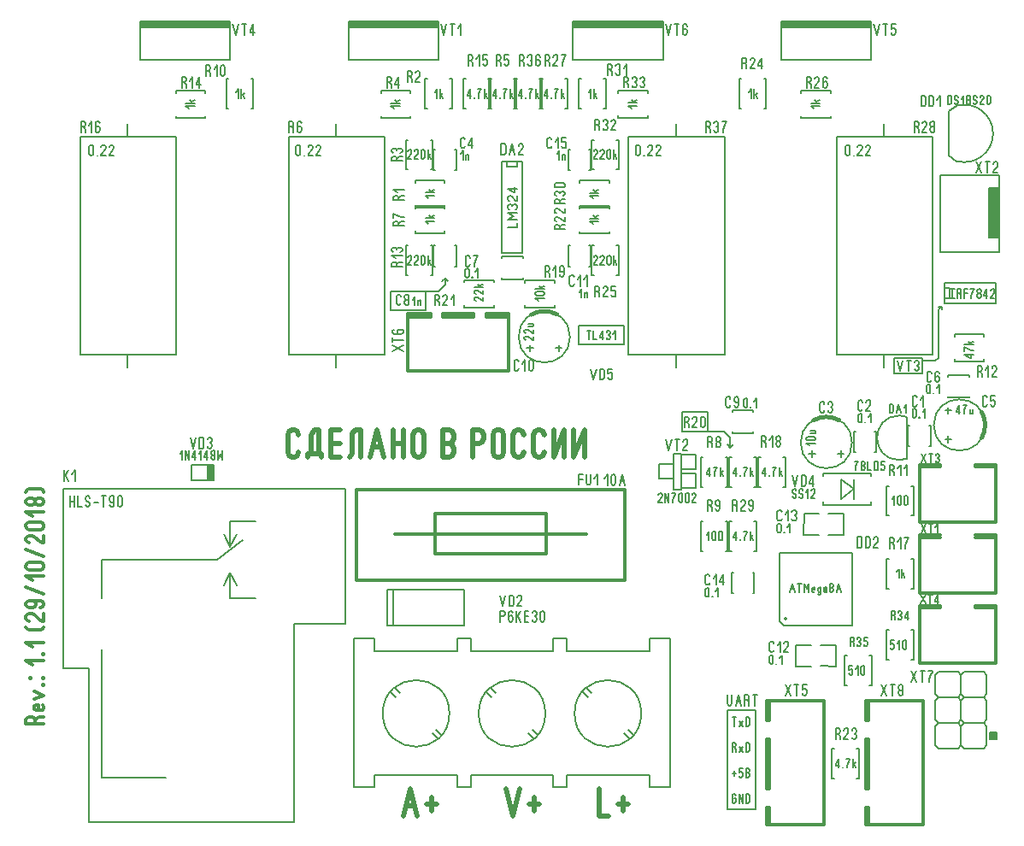
<source format=gbr>
%FSLAX34Y34*%
%MOMM*%
%LNSILK_TOP*%
G71*
G01*
%ADD10C, 0.200*%
%ADD11C, 0.191*%
%ADD12C, 0.100*%
%ADD13C, 0.150*%
%ADD14C, 0.159*%
%ADD15C, 0.400*%
%ADD16C, 0.300*%
%ADD17C, 0.476*%
%ADD18C, 0.318*%
%LPD*%
G54D10*
X215900Y415800D02*
X495300Y415800D01*
X495300Y282450D01*
X444500Y282450D01*
X444500Y85600D01*
X241300Y85600D01*
X241300Y238000D01*
X215900Y238000D01*
X215900Y415800D01*
G54D10*
X317500Y130050D02*
X254000Y130050D01*
X254000Y257050D01*
G54D10*
X254000Y307850D02*
X254000Y345950D01*
X368300Y345950D01*
G54D10*
X406400Y384050D02*
X381000Y384050D01*
X381000Y358650D01*
G54D10*
X381000Y333250D02*
X381000Y307850D01*
X406400Y307850D01*
G54D10*
X368300Y345950D02*
X393700Y365000D01*
G54D10*
X381000Y358650D02*
X387350Y371350D01*
G54D10*
X381000Y358650D02*
X374650Y371350D01*
G54D10*
X381000Y333250D02*
X387350Y320550D01*
G54D10*
X381000Y333250D02*
X374650Y320550D01*
G54D11*
X216550Y423850D02*
X216550Y434517D01*
G54D11*
X216550Y427183D02*
X220817Y434517D01*
G54D11*
X218150Y429183D02*
X220817Y423850D01*
G54D11*
X224550Y430517D02*
X227217Y434517D01*
X227217Y423850D01*
G54D11*
X222265Y398230D02*
X222265Y408897D01*
G54D11*
X226532Y398230D02*
X226532Y408897D01*
G54D11*
X222265Y403563D02*
X226532Y403563D01*
G54D11*
X230265Y408897D02*
X230265Y398230D01*
X233998Y398230D01*
G54D11*
X237731Y400230D02*
X238264Y398897D01*
X239331Y398230D01*
X240398Y398230D01*
X241464Y398897D01*
X241998Y400230D01*
X241998Y401563D01*
X241464Y402897D01*
X240398Y403563D01*
X239331Y403563D01*
X238264Y404230D01*
X237731Y405563D01*
X237731Y406897D01*
X238264Y408230D01*
X239331Y408897D01*
X240398Y408897D01*
X241464Y408230D01*
X241998Y406897D01*
G54D11*
X245731Y402897D02*
X249998Y402897D01*
G54D11*
X255864Y398230D02*
X255864Y408897D01*
G54D11*
X253731Y408897D02*
X257998Y408897D01*
G54D11*
X261731Y400230D02*
X262264Y398897D01*
X263331Y398230D01*
X264398Y398230D01*
X265464Y398897D01*
X265998Y400230D01*
X265998Y403563D01*
X265998Y404230D01*
X264398Y402897D01*
X263331Y402897D01*
X262264Y403563D01*
X261731Y404897D01*
X261731Y406897D01*
X262264Y408230D01*
X263331Y408897D01*
X264398Y408897D01*
X265464Y408230D01*
X265998Y406897D01*
X265998Y403563D01*
G54D11*
X273998Y406897D02*
X273998Y400230D01*
X273464Y398897D01*
X272398Y398230D01*
X271331Y398230D01*
X270264Y398897D01*
X269731Y400230D01*
X269731Y406897D01*
X270264Y408230D01*
X271331Y408897D01*
X272398Y408897D01*
X273464Y408230D01*
X273998Y406897D01*
G36*
X292050Y873025D02*
X380850Y873025D01*
X380850Y879425D01*
X292050Y879425D01*
X292050Y873025D01*
G37*
G54D12*
X292050Y873025D02*
X380850Y873025D01*
X380850Y879425D01*
X292050Y879425D01*
X292050Y873025D01*
G54D10*
X292050Y879425D02*
X292050Y841425D01*
X381050Y841425D01*
X381050Y879425D01*
X292050Y879425D01*
G54D11*
X383625Y876492D02*
X386292Y865825D01*
X388958Y876492D01*
G54D11*
X394824Y865825D02*
X394824Y876492D01*
G54D11*
X392691Y876492D02*
X396958Y876492D01*
G54D11*
X403891Y865825D02*
X403891Y876492D01*
X400691Y869825D01*
X400691Y868492D01*
X404958Y868492D01*
G54D10*
X232410Y765050D02*
X327660Y765050D01*
X327660Y549150D01*
X232410Y549150D01*
X232410Y765050D01*
G54D10*
X279400Y777750D02*
X279400Y765050D01*
G54D10*
X279400Y549150D02*
X279400Y536450D01*
G54D11*
X235193Y774733D02*
X236793Y773400D01*
X237327Y772067D01*
X237327Y769400D01*
G54D11*
X233060Y769400D02*
X233060Y780067D01*
X235727Y780067D01*
X236793Y779400D01*
X237327Y778067D01*
X237327Y776733D01*
X236793Y775400D01*
X235727Y774733D01*
X233060Y774733D01*
G54D11*
X241060Y776067D02*
X243727Y780067D01*
X243727Y769400D01*
G54D11*
X251727Y778067D02*
X251193Y779400D01*
X250127Y780067D01*
X249060Y780067D01*
X247993Y779400D01*
X247460Y778067D01*
X247460Y774733D01*
X247460Y774067D01*
X249060Y775400D01*
X250127Y775400D01*
X251193Y774733D01*
X251727Y773400D01*
X251727Y771400D01*
X251193Y770067D01*
X250127Y769400D01*
X249060Y769400D01*
X247993Y770067D01*
X247460Y771400D01*
X247460Y774733D01*
G54D11*
X245427Y754817D02*
X245427Y748150D01*
X244893Y746817D01*
X243827Y746150D01*
X242760Y746150D01*
X241693Y746817D01*
X241160Y748150D01*
X241160Y754817D01*
X241693Y756150D01*
X242760Y756817D01*
X243827Y756817D01*
X244893Y756150D01*
X245427Y754817D01*
G54D11*
X249587Y746150D02*
X249160Y746150D01*
X249160Y746683D01*
X249587Y746683D01*
X249587Y746150D01*
X249160Y746150D01*
G54D11*
X257587Y746150D02*
X253320Y746150D01*
X253320Y746817D01*
X253853Y748150D01*
X257053Y752150D01*
X257587Y753483D01*
X257587Y754817D01*
X257053Y756150D01*
X255987Y756817D01*
X254920Y756817D01*
X253853Y756150D01*
X253320Y754817D01*
G54D11*
X265587Y746150D02*
X261320Y746150D01*
X261320Y746817D01*
X261853Y748150D01*
X265053Y752150D01*
X265587Y753483D01*
X265587Y754817D01*
X265053Y756150D01*
X263987Y756817D01*
X262920Y756817D01*
X261853Y756150D01*
X261320Y754817D01*
G54D10*
X438785Y765050D02*
X534035Y765050D01*
X534035Y549150D01*
X438785Y549150D01*
X438785Y765050D01*
G54D10*
X485775Y777750D02*
X485775Y765050D01*
G54D10*
X485775Y549150D02*
X485775Y536450D01*
G54D11*
X441568Y774733D02*
X443168Y773400D01*
X443702Y772067D01*
X443702Y769400D01*
G54D11*
X439435Y769400D02*
X439435Y780067D01*
X442102Y780067D01*
X443168Y779400D01*
X443702Y778067D01*
X443702Y776733D01*
X443168Y775400D01*
X442102Y774733D01*
X439435Y774733D01*
G54D11*
X451702Y778067D02*
X451168Y779400D01*
X450102Y780067D01*
X449035Y780067D01*
X447968Y779400D01*
X447435Y778067D01*
X447435Y774733D01*
X447435Y774067D01*
X449035Y775400D01*
X450102Y775400D01*
X451168Y774733D01*
X451702Y773400D01*
X451702Y771400D01*
X451168Y770067D01*
X450102Y769400D01*
X449035Y769400D01*
X447968Y770067D01*
X447435Y771400D01*
X447435Y774733D01*
G54D11*
X450452Y754817D02*
X450452Y748150D01*
X449918Y746817D01*
X448852Y746150D01*
X447785Y746150D01*
X446718Y746817D01*
X446185Y748150D01*
X446185Y754817D01*
X446718Y756150D01*
X447785Y756817D01*
X448852Y756817D01*
X449918Y756150D01*
X450452Y754817D01*
G54D11*
X454612Y746150D02*
X454185Y746150D01*
X454185Y746683D01*
X454612Y746683D01*
X454612Y746150D01*
X454185Y746150D01*
G54D11*
X462612Y746150D02*
X458345Y746150D01*
X458345Y746817D01*
X458878Y748150D01*
X462078Y752150D01*
X462612Y753483D01*
X462612Y754817D01*
X462078Y756150D01*
X461012Y756817D01*
X459945Y756817D01*
X458878Y756150D01*
X458345Y754817D01*
G54D11*
X470612Y746150D02*
X466345Y746150D01*
X466345Y746817D01*
X466878Y748150D01*
X470078Y752150D01*
X470612Y753483D01*
X470612Y754817D01*
X470078Y756150D01*
X469012Y756817D01*
X467945Y756817D01*
X466878Y756150D01*
X466345Y754817D01*
G54D10*
X775335Y765050D02*
X870585Y765050D01*
X870585Y549150D01*
X775335Y549150D01*
X775335Y765050D01*
G54D10*
X822325Y777750D02*
X822325Y765050D01*
G54D10*
X822325Y549150D02*
X822325Y536450D01*
G54D11*
X854318Y774733D02*
X855918Y773400D01*
X856452Y772067D01*
X856452Y769400D01*
G54D11*
X852185Y769400D02*
X852185Y780067D01*
X854852Y780067D01*
X855918Y779400D01*
X856452Y778067D01*
X856452Y776733D01*
X855918Y775400D01*
X854852Y774733D01*
X852185Y774733D01*
G54D11*
X860185Y778067D02*
X860718Y779400D01*
X861785Y780067D01*
X862852Y780067D01*
X863918Y779400D01*
X864452Y778067D01*
X864452Y776733D01*
X863918Y775400D01*
X862852Y774733D01*
X863918Y774067D01*
X864452Y772733D01*
X864452Y771400D01*
X863918Y770067D01*
X862852Y769400D01*
X861785Y769400D01*
X860718Y770067D01*
X860185Y771400D01*
G54D11*
X868185Y780067D02*
X872452Y780067D01*
X871918Y778733D01*
X870852Y776733D01*
X869785Y774067D01*
X869252Y772067D01*
X869252Y769400D01*
G54D11*
X787002Y754817D02*
X787002Y748150D01*
X786468Y746817D01*
X785402Y746150D01*
X784335Y746150D01*
X783268Y746817D01*
X782735Y748150D01*
X782735Y754817D01*
X783268Y756150D01*
X784335Y756817D01*
X785402Y756817D01*
X786468Y756150D01*
X787002Y754817D01*
G54D11*
X791162Y746150D02*
X790735Y746150D01*
X790735Y746683D01*
X791162Y746683D01*
X791162Y746150D01*
X790735Y746150D01*
G54D11*
X799162Y746150D02*
X794895Y746150D01*
X794895Y746817D01*
X795428Y748150D01*
X798628Y752150D01*
X799162Y753483D01*
X799162Y754817D01*
X798628Y756150D01*
X797562Y756817D01*
X796495Y756817D01*
X795428Y756150D01*
X794895Y754817D01*
G54D11*
X807162Y746150D02*
X802895Y746150D01*
X802895Y746817D01*
X803428Y748150D01*
X806628Y752150D01*
X807162Y753483D01*
X807162Y754817D01*
X806628Y756150D01*
X805562Y756817D01*
X804495Y756817D01*
X803428Y756150D01*
X802895Y754817D01*
G54D10*
X981710Y765050D02*
X1076960Y765050D01*
X1076960Y549150D01*
X981710Y549150D01*
X981710Y765050D01*
G54D10*
X1028700Y777750D02*
X1028700Y765050D01*
G54D10*
X1028700Y549150D02*
X1028700Y536450D01*
G54D11*
X1060693Y774733D02*
X1062293Y773400D01*
X1062827Y772067D01*
X1062827Y769400D01*
G54D11*
X1058560Y769400D02*
X1058560Y780067D01*
X1061227Y780067D01*
X1062293Y779400D01*
X1062827Y778067D01*
X1062827Y776733D01*
X1062293Y775400D01*
X1061227Y774733D01*
X1058560Y774733D01*
G54D11*
X1070827Y769400D02*
X1066560Y769400D01*
X1066560Y770067D01*
X1067093Y771400D01*
X1070293Y775400D01*
X1070827Y776733D01*
X1070827Y778067D01*
X1070293Y779400D01*
X1069227Y780067D01*
X1068160Y780067D01*
X1067093Y779400D01*
X1066560Y778067D01*
G54D11*
X1077227Y774733D02*
X1076160Y774733D01*
X1075093Y775400D01*
X1074560Y776733D01*
X1074560Y778067D01*
X1075093Y779400D01*
X1076160Y780067D01*
X1077227Y780067D01*
X1078293Y779400D01*
X1078827Y778067D01*
X1078827Y776733D01*
X1078293Y775400D01*
X1077227Y774733D01*
X1078293Y774067D01*
X1078827Y772733D01*
X1078827Y771400D01*
X1078293Y770067D01*
X1077227Y769400D01*
X1076160Y769400D01*
X1075093Y770067D01*
X1074560Y771400D01*
X1074560Y772733D01*
X1075093Y774067D01*
X1076160Y774733D01*
G54D11*
X994727Y754817D02*
X994727Y748150D01*
X994193Y746817D01*
X993127Y746150D01*
X992060Y746150D01*
X990993Y746817D01*
X990460Y748150D01*
X990460Y754817D01*
X990993Y756150D01*
X992060Y756817D01*
X993127Y756817D01*
X994193Y756150D01*
X994727Y754817D01*
G54D11*
X998887Y746150D02*
X998460Y746150D01*
X998460Y746683D01*
X998887Y746683D01*
X998887Y746150D01*
X998460Y746150D01*
G54D11*
X1006887Y746150D02*
X1002620Y746150D01*
X1002620Y746817D01*
X1003153Y748150D01*
X1006353Y752150D01*
X1006887Y753483D01*
X1006887Y754817D01*
X1006353Y756150D01*
X1005287Y756817D01*
X1004220Y756817D01*
X1003153Y756150D01*
X1002620Y754817D01*
G54D11*
X1014887Y746150D02*
X1010620Y746150D01*
X1010620Y746817D01*
X1011153Y748150D01*
X1014353Y752150D01*
X1014887Y753483D01*
X1014887Y754817D01*
X1014353Y756150D01*
X1013287Y756817D01*
X1012220Y756817D01*
X1011153Y756150D01*
X1010620Y754817D01*
G36*
X498425Y873025D02*
X587225Y873025D01*
X587225Y879425D01*
X498425Y879425D01*
X498425Y873025D01*
G37*
G54D12*
X498425Y873025D02*
X587225Y873025D01*
X587225Y879425D01*
X498425Y879425D01*
X498425Y873025D01*
G54D10*
X498425Y879425D02*
X498425Y841425D01*
X587425Y841425D01*
X587425Y879425D01*
X498425Y879425D01*
G54D11*
X590000Y876492D02*
X592667Y865825D01*
X595333Y876492D01*
G54D11*
X601199Y865825D02*
X601199Y876492D01*
G54D11*
X599066Y876492D02*
X603333Y876492D01*
G54D11*
X607066Y872492D02*
X609733Y876492D01*
X609733Y865825D01*
G36*
X720675Y873025D02*
X809475Y873025D01*
X809475Y879425D01*
X720675Y879425D01*
X720675Y873025D01*
G37*
G54D12*
X720675Y873025D02*
X809475Y873025D01*
X809475Y879425D01*
X720675Y879425D01*
X720675Y873025D01*
G54D10*
X720675Y879425D02*
X720675Y841425D01*
X809675Y841425D01*
X809675Y879425D01*
X720675Y879425D01*
G54D11*
X812250Y876492D02*
X814917Y865825D01*
X817583Y876492D01*
G54D11*
X823449Y865825D02*
X823449Y876492D01*
G54D11*
X821316Y876492D02*
X825583Y876492D01*
G54D11*
X833583Y874492D02*
X833049Y875825D01*
X831983Y876492D01*
X830916Y876492D01*
X829849Y875825D01*
X829316Y874492D01*
X829316Y871158D01*
X829316Y870492D01*
X830916Y871825D01*
X831983Y871825D01*
X833049Y871158D01*
X833583Y869825D01*
X833583Y867825D01*
X833049Y866492D01*
X831983Y865825D01*
X830916Y865825D01*
X829849Y866492D01*
X829316Y867825D01*
X829316Y871158D01*
G36*
X927050Y873025D02*
X1015850Y873025D01*
X1015850Y879425D01*
X927050Y879425D01*
X927050Y873025D01*
G37*
G54D12*
X927050Y873025D02*
X1015850Y873025D01*
X1015850Y879425D01*
X927050Y879425D01*
X927050Y873025D01*
G54D10*
X927050Y879425D02*
X927050Y841425D01*
X1016050Y841425D01*
X1016050Y879425D01*
X927050Y879425D01*
G54D11*
X1018625Y876492D02*
X1021292Y865825D01*
X1023958Y876492D01*
G54D11*
X1029824Y865825D02*
X1029824Y876492D01*
G54D11*
X1027691Y876492D02*
X1031958Y876492D01*
G54D11*
X1039958Y876492D02*
X1035691Y876492D01*
X1035691Y871825D01*
X1036224Y871825D01*
X1037291Y872492D01*
X1038358Y872492D01*
X1039424Y871825D01*
X1039958Y870492D01*
X1039958Y867825D01*
X1039424Y866492D01*
X1038358Y865825D01*
X1037291Y865825D01*
X1036224Y866492D01*
X1035691Y867825D01*
G54D13*
X1100799Y795724D02*
X1092875Y789995D01*
X1092875Y746395D01*
X1100799Y740666D01*
G54D13*
G75*
G01X1100799Y740666D02*
G03X1100799Y795724I7376J27529D01*
G01*
G54D11*
X1065375Y795039D02*
X1065375Y805706D01*
X1068042Y805706D01*
X1069108Y805039D01*
X1069642Y803706D01*
X1069642Y797039D01*
X1069108Y795706D01*
X1068042Y795039D01*
X1065375Y795039D01*
G54D11*
X1073375Y795039D02*
X1073375Y805706D01*
X1076042Y805706D01*
X1077108Y805039D01*
X1077642Y803706D01*
X1077642Y797039D01*
X1077108Y795706D01*
X1076042Y795039D01*
X1073375Y795039D01*
G54D11*
X1081375Y801706D02*
X1084042Y805706D01*
X1084042Y795039D01*
G54D14*
X1091822Y796978D02*
X1091822Y805867D01*
X1094044Y805867D01*
X1094933Y805311D01*
X1095378Y804200D01*
X1095378Y798645D01*
X1094933Y797534D01*
X1094044Y796978D01*
X1091822Y796978D01*
G54D14*
X1098489Y798645D02*
X1098934Y797534D01*
X1099822Y796978D01*
X1100711Y796978D01*
X1101600Y797534D01*
X1102044Y798645D01*
X1102044Y799756D01*
X1101600Y800867D01*
X1100711Y801422D01*
X1099822Y801422D01*
X1098934Y801978D01*
X1098489Y803089D01*
X1098489Y804200D01*
X1098934Y805311D01*
X1099822Y805867D01*
X1100711Y805867D01*
X1101600Y805311D01*
X1102044Y804200D01*
G54D14*
X1105156Y802534D02*
X1107378Y805867D01*
X1107378Y796978D01*
G54D14*
X1112711Y801422D02*
X1111822Y801422D01*
X1110934Y801978D01*
X1110489Y803089D01*
X1110489Y804200D01*
X1110934Y805311D01*
X1111822Y805867D01*
X1112711Y805867D01*
X1113600Y805311D01*
X1114044Y804200D01*
X1114044Y803089D01*
X1113600Y801978D01*
X1112711Y801422D01*
X1113600Y800867D01*
X1114044Y799756D01*
X1114044Y798645D01*
X1113600Y797534D01*
X1112711Y796978D01*
X1111822Y796978D01*
X1110934Y797534D01*
X1110489Y798645D01*
X1110489Y799756D01*
X1110934Y800867D01*
X1111822Y801422D01*
G54D14*
X1117156Y798645D02*
X1117600Y797534D01*
X1118489Y796978D01*
X1119378Y796978D01*
X1120267Y797534D01*
X1120712Y798645D01*
X1120712Y799756D01*
X1120267Y800867D01*
X1119378Y801422D01*
X1118489Y801422D01*
X1117600Y801978D01*
X1117156Y803089D01*
X1117156Y804200D01*
X1117600Y805311D01*
X1118489Y805867D01*
X1119378Y805867D01*
X1120267Y805311D01*
X1120712Y804200D01*
G54D14*
X1127378Y796978D02*
X1123823Y796978D01*
X1123823Y797534D01*
X1124268Y798645D01*
X1126934Y801978D01*
X1127378Y803089D01*
X1127378Y804200D01*
X1126934Y805311D01*
X1126045Y805867D01*
X1125156Y805867D01*
X1124268Y805311D01*
X1123823Y804200D01*
G54D14*
X1134046Y804200D02*
X1134046Y798645D01*
X1133601Y797534D01*
X1132712Y796978D01*
X1131823Y796978D01*
X1130934Y797534D01*
X1130490Y798645D01*
X1130490Y804200D01*
X1130934Y805311D01*
X1131823Y805867D01*
X1132712Y805867D01*
X1133601Y805311D01*
X1134046Y804200D01*
G54D10*
G75*
G01X1128712Y479300D02*
G03X1128712Y479300I-25400J0D01*
G01*
G54D15*
G75*
G01X1125396Y466550D02*
G03X1125396Y492050I-22084J12750D01*
G01*
G54D10*
X1095375Y493588D02*
X1089025Y493588D01*
G54D10*
X1092200Y490412D02*
X1092200Y496762D01*
G54D10*
X1095375Y465012D02*
X1089025Y465012D01*
G54D10*
X1092200Y461838D02*
X1092200Y468188D01*
G54D11*
X1130599Y499648D02*
X1130065Y498314D01*
X1128999Y497648D01*
X1127932Y497648D01*
X1126865Y498314D01*
X1126332Y499648D01*
X1126332Y506314D01*
X1126865Y507648D01*
X1127932Y508314D01*
X1128999Y508314D01*
X1130065Y507648D01*
X1130599Y506314D01*
G54D11*
X1138599Y508314D02*
X1134332Y508314D01*
X1134332Y503648D01*
X1134865Y503648D01*
X1135932Y504314D01*
X1136999Y504314D01*
X1138065Y503648D01*
X1138599Y502314D01*
X1138599Y499648D01*
X1138065Y498314D01*
X1136999Y497648D01*
X1135932Y497648D01*
X1134865Y498314D01*
X1134332Y499648D01*
G54D14*
X1102967Y490158D02*
X1102967Y499047D01*
X1100300Y493492D01*
X1100300Y492381D01*
X1103856Y492381D01*
G54D14*
X1106967Y499047D02*
X1110522Y499047D01*
X1110078Y497936D01*
X1109189Y496270D01*
X1108300Y494047D01*
X1107856Y492381D01*
X1107856Y490158D01*
G54D14*
X1116301Y495158D02*
X1116301Y490158D01*
G54D14*
X1116301Y491270D02*
X1115856Y490381D01*
X1114967Y490158D01*
X1114078Y490381D01*
X1113634Y491270D01*
X1113634Y495158D01*
G54D13*
X670000Y740300D02*
X650000Y740300D01*
X650000Y650100D01*
X670000Y650100D01*
X670000Y740300D01*
G54D13*
X665000Y740300D02*
X655000Y740300D01*
X655000Y735300D01*
X665000Y735300D01*
X665000Y740300D01*
G54D11*
X649562Y747106D02*
X649562Y757773D01*
X652228Y757773D01*
X653295Y757106D01*
X653828Y755773D01*
X653828Y749106D01*
X653295Y747773D01*
X652228Y747106D01*
X649562Y747106D01*
G54D11*
X657562Y747106D02*
X660228Y757773D01*
X662895Y747106D01*
G54D11*
X658628Y751106D02*
X661828Y751106D01*
G54D11*
X670894Y747106D02*
X666628Y747106D01*
X666628Y747773D01*
X667161Y749106D01*
X670361Y753106D01*
X670894Y754439D01*
X670894Y755773D01*
X670361Y757106D01*
X669294Y757773D01*
X668228Y757773D01*
X667161Y757106D01*
X666628Y755773D01*
G54D14*
X655939Y675110D02*
X664828Y675110D01*
X664828Y679776D01*
G54D14*
X664828Y682888D02*
X655939Y682888D01*
X661495Y686221D01*
X655939Y689554D01*
X664828Y689554D01*
G54D14*
X657606Y692666D02*
X656495Y693332D01*
X655939Y694666D01*
X655939Y695999D01*
X656495Y697332D01*
X657606Y697999D01*
X658717Y697999D01*
X659828Y697332D01*
X660384Y695999D01*
X660939Y697332D01*
X662050Y697999D01*
X663161Y697999D01*
X664272Y697332D01*
X664828Y695999D01*
X664828Y694666D01*
X664272Y693332D01*
X663161Y692666D01*
G54D14*
X664828Y706443D02*
X664828Y701110D01*
X664272Y701110D01*
X663161Y701776D01*
X659828Y705776D01*
X658717Y706443D01*
X657606Y706443D01*
X656495Y705776D01*
X655939Y704443D01*
X655939Y703110D01*
X656495Y701776D01*
X657606Y701110D01*
G54D14*
X664828Y713554D02*
X655939Y713554D01*
X661495Y709554D01*
X662606Y709554D01*
X662606Y714887D01*
G54D16*
X556825Y586600D02*
X579825Y586600D01*
X579825Y589600D01*
X556825Y589600D01*
G54D16*
X656825Y589600D02*
X634825Y589600D01*
X634825Y586600D01*
X656825Y586600D01*
G54D16*
X591825Y586600D02*
X621825Y586600D01*
G54D16*
X591825Y589600D02*
X621825Y589600D01*
G54D16*
X579825Y589600D02*
X556825Y589600D01*
X556825Y532600D01*
X656825Y532600D01*
X656825Y589600D01*
X634825Y589600D01*
G54D16*
X591825Y589600D02*
X591825Y586600D01*
X621825Y586600D01*
X621825Y589600D01*
X591825Y589600D01*
G54D11*
X541656Y552566D02*
X552323Y557899D01*
G54D11*
X552323Y552566D02*
X541656Y557899D01*
G54D11*
X552323Y563765D02*
X541656Y563765D01*
G54D11*
X541656Y561632D02*
X541656Y565899D01*
G54D11*
X543656Y573899D02*
X542323Y573365D01*
X541656Y572299D01*
X541656Y571232D01*
X542323Y570165D01*
X543656Y569632D01*
X546990Y569632D01*
X547656Y569632D01*
X546323Y571232D01*
X546323Y572299D01*
X546990Y573365D01*
X548323Y573899D01*
X550323Y573899D01*
X551656Y573365D01*
X552323Y572299D01*
X552323Y571232D01*
X551656Y570165D01*
X550323Y569632D01*
X546990Y569632D01*
G54D17*
X746125Y118617D02*
X746125Y91950D01*
X755458Y91950D01*
G54D17*
X764791Y103617D02*
X775458Y103617D01*
G54D17*
X770124Y110283D02*
X770124Y96950D01*
G54D17*
X552450Y91950D02*
X559117Y118617D01*
X565783Y91950D01*
G54D17*
X555117Y101950D02*
X563117Y101950D01*
G54D17*
X575116Y103617D02*
X585783Y103617D01*
G54D17*
X580449Y110283D02*
X580449Y96950D01*
G54D17*
X654050Y118617D02*
X660717Y91950D01*
X667383Y118617D01*
G54D17*
X676716Y103617D02*
X687383Y103617D01*
G54D17*
X682049Y110283D02*
X682049Y96950D01*
G54D13*
X726325Y559425D02*
X726325Y577675D01*
X770825Y577675D01*
X770825Y559425D01*
X726325Y559425D01*
G54D11*
X738267Y534939D02*
X740934Y524272D01*
X743600Y534939D01*
G54D11*
X747333Y524272D02*
X747333Y534939D01*
X750000Y534939D01*
X751066Y534272D01*
X751600Y532939D01*
X751600Y526272D01*
X751066Y524939D01*
X750000Y524272D01*
X747333Y524272D01*
G54D11*
X759600Y534939D02*
X755333Y534939D01*
X755333Y530272D01*
X755866Y530272D01*
X756933Y530939D01*
X758000Y530939D01*
X759066Y530272D01*
X759600Y528939D01*
X759600Y526272D01*
X759066Y524939D01*
X758000Y524272D01*
X756933Y524272D01*
X755866Y524939D01*
X755333Y526272D01*
G54D14*
X736034Y563996D02*
X736034Y572885D01*
G54D14*
X734256Y572885D02*
X737812Y572885D01*
G54D14*
X740923Y572885D02*
X740923Y563996D01*
X744034Y563996D01*
G54D14*
X749812Y563996D02*
X749812Y572885D01*
X747145Y567329D01*
X747145Y566218D01*
X750701Y566218D01*
G54D14*
X753812Y571218D02*
X754256Y572329D01*
X755145Y572885D01*
X756034Y572885D01*
X756923Y572329D01*
X757368Y571218D01*
X757368Y570107D01*
X756923Y568996D01*
X756034Y568440D01*
X756923Y567885D01*
X757368Y566774D01*
X757368Y565663D01*
X756923Y564552D01*
X756034Y563996D01*
X755145Y563996D01*
X754256Y564552D01*
X753812Y565663D01*
G54D14*
X760479Y569552D02*
X762701Y572885D01*
X762701Y563996D01*
G54D10*
X503150Y267550D02*
X503150Y120550D01*
X524150Y120550D01*
X524150Y132550D01*
X606150Y132550D01*
X606150Y120550D01*
X619150Y120550D01*
X619150Y132550D01*
X701150Y132550D01*
X701150Y120550D01*
X714150Y120550D01*
X714150Y132550D01*
X796150Y132550D01*
X796150Y120550D01*
X817150Y120550D01*
X817150Y267550D01*
X796150Y267550D01*
X796150Y255550D01*
X714150Y255550D01*
X714150Y267550D01*
X701150Y267550D01*
X701150Y255550D01*
X619150Y255550D01*
X619150Y267550D01*
X606150Y267550D01*
X606150Y255550D01*
X524150Y255550D01*
X524150Y267550D01*
X503150Y267550D01*
G54D10*
G75*
G01X598150Y193550D02*
G03X598150Y193550I-33000J0D01*
G01*
G54D10*
X581150Y173550D02*
X586150Y168550D01*
G54D10*
X585150Y177550D02*
X590150Y172550D01*
G54D10*
X540150Y214550D02*
X545150Y209550D01*
G54D10*
X544150Y218550D02*
X549150Y213550D01*
G54D10*
G75*
G01X693150Y193550D02*
G03X693150Y193550I-33000J0D01*
G01*
G54D10*
X676150Y173550D02*
X681150Y168550D01*
G54D10*
X680150Y177550D02*
X685150Y172550D01*
G54D10*
X635150Y214550D02*
X640150Y209550D01*
G54D10*
X639150Y218550D02*
X644150Y213550D01*
G54D10*
G75*
G01X788150Y193550D02*
G03X788150Y193550I-33000J0D01*
G01*
G54D10*
X771150Y173550D02*
X776150Y168550D01*
G54D10*
X775150Y177550D02*
X780150Y172550D01*
G54D10*
X730150Y214550D02*
X735150Y209550D01*
G54D10*
X734150Y218550D02*
X739150Y213550D01*
G54D16*
X505875Y415350D02*
X771875Y415350D01*
X771875Y325350D01*
X505875Y325350D01*
X505875Y415350D01*
G54D16*
X543875Y371350D02*
X733875Y371350D01*
X543875Y371350D01*
G54D16*
X583875Y391350D02*
X583875Y351350D01*
X693875Y351350D01*
X693875Y391350D01*
X583875Y391350D01*
G54D11*
X726307Y419894D02*
X726307Y430561D01*
X730040Y430561D01*
G54D11*
X726307Y425228D02*
X730040Y425228D01*
G54D11*
X733773Y430561D02*
X733773Y421894D01*
X734306Y420561D01*
X735373Y419894D01*
X736440Y419894D01*
X737506Y420561D01*
X738040Y421894D01*
X738040Y430561D01*
G54D11*
X741773Y426561D02*
X744440Y430561D01*
X744440Y419894D01*
G54D11*
X752026Y426341D02*
X754692Y430341D01*
X754692Y419674D01*
G54D11*
X762692Y428341D02*
X762692Y421674D01*
X762159Y420341D01*
X761092Y419674D01*
X760026Y419674D01*
X758959Y420341D01*
X758426Y421674D01*
X758426Y428341D01*
X758959Y429674D01*
X760026Y430341D01*
X761092Y430341D01*
X762159Y429674D01*
X762692Y428341D01*
G54D11*
X766426Y419674D02*
X769092Y430341D01*
X771759Y419674D01*
G54D11*
X767492Y423674D02*
X770692Y423674D01*
G54D10*
X612775Y316125D02*
X612775Y280525D01*
X536575Y280525D01*
X536575Y316125D01*
X612775Y316125D01*
G54D10*
X542875Y280525D02*
X542875Y316125D01*
G54D11*
X648351Y310480D02*
X651018Y299814D01*
X653684Y310480D01*
G54D11*
X657417Y299814D02*
X657417Y310480D01*
X660084Y310480D01*
X661150Y309814D01*
X661684Y308480D01*
X661684Y301814D01*
X661150Y300480D01*
X660084Y299814D01*
X657417Y299814D01*
G54D11*
X669684Y299814D02*
X665417Y299814D01*
X665417Y300480D01*
X665950Y301814D01*
X669150Y305814D01*
X669684Y307147D01*
X669684Y308480D01*
X669150Y309814D01*
X668084Y310480D01*
X667017Y310480D01*
X665950Y309814D01*
X665417Y308480D01*
G54D11*
X648702Y284388D02*
X648702Y295055D01*
X651369Y295055D01*
X652436Y294388D01*
X652969Y293055D01*
X652969Y291722D01*
X652436Y290388D01*
X651369Y289722D01*
X648702Y289722D01*
G54D11*
X660969Y293055D02*
X660436Y294388D01*
X659369Y295055D01*
X658302Y295055D01*
X657236Y294388D01*
X656702Y293055D01*
X656702Y289722D01*
X656702Y289055D01*
X658302Y290388D01*
X659369Y290388D01*
X660436Y289722D01*
X660969Y288388D01*
X660969Y286388D01*
X660436Y285055D01*
X659369Y284388D01*
X658302Y284388D01*
X657236Y285055D01*
X656702Y286388D01*
X656702Y289722D01*
G54D11*
X664702Y284388D02*
X664702Y295055D01*
G54D11*
X664702Y287722D02*
X668969Y295055D01*
G54D11*
X666302Y289722D02*
X668969Y284388D01*
G54D11*
X676436Y284388D02*
X672702Y284388D01*
X672702Y295055D01*
X676436Y295055D01*
G54D11*
X672702Y289722D02*
X676436Y289722D01*
G54D11*
X680168Y293055D02*
X680702Y294388D01*
X681768Y295055D01*
X682835Y295055D01*
X683902Y294388D01*
X684435Y293055D01*
X684435Y291722D01*
X683902Y290388D01*
X682835Y289722D01*
X683902Y289055D01*
X684435Y287722D01*
X684435Y286388D01*
X683902Y285055D01*
X682835Y284388D01*
X681768Y284388D01*
X680702Y285055D01*
X680168Y286388D01*
G54D11*
X692435Y293055D02*
X692435Y286388D01*
X691902Y285055D01*
X690835Y284388D01*
X689768Y284388D01*
X688702Y285055D01*
X688168Y286388D01*
X688168Y293055D01*
X688702Y294388D01*
X689768Y295055D01*
X690835Y295055D01*
X691902Y294388D01*
X692435Y293055D01*
G54D16*
X1064025Y370125D02*
X1064025Y313125D01*
X1139025Y313125D01*
X1139025Y370125D01*
X1119025Y370125D01*
G54D16*
X1064025Y370125D02*
X1084025Y370125D01*
G54D16*
X1064025Y368125D02*
X1084025Y368125D01*
G54D16*
X1119025Y368125D02*
X1139025Y368125D01*
G54D14*
X1065448Y381050D02*
X1069892Y372162D01*
G54D14*
X1065448Y372162D02*
X1069892Y381050D01*
G54D14*
X1074780Y372162D02*
X1074780Y381050D01*
G54D14*
X1073002Y381050D02*
X1076558Y381050D01*
G54D14*
X1079670Y377717D02*
X1081892Y381050D01*
X1081892Y372162D01*
G54D16*
X1064025Y439975D02*
X1064025Y382975D01*
X1139025Y382975D01*
X1139025Y439975D01*
X1119025Y439975D01*
G54D16*
X1064025Y439975D02*
X1084025Y439975D01*
G54D16*
X1064025Y437975D02*
X1084025Y437975D01*
G54D16*
X1119025Y437975D02*
X1139025Y437975D01*
G54D14*
X1065581Y450900D02*
X1070026Y442012D01*
G54D14*
X1065581Y442012D02*
X1070026Y450900D01*
G54D14*
X1074914Y442012D02*
X1074914Y450900D01*
G54D14*
X1073136Y450900D02*
X1076692Y450900D01*
G54D14*
X1079803Y449234D02*
X1080248Y450345D01*
X1081136Y450900D01*
X1082025Y450900D01*
X1082914Y450345D01*
X1083358Y449234D01*
X1083358Y448123D01*
X1082914Y447012D01*
X1082025Y446456D01*
X1082914Y445900D01*
X1083358Y444789D01*
X1083358Y443678D01*
X1082914Y442567D01*
X1082025Y442012D01*
X1081136Y442012D01*
X1080248Y442567D01*
X1079803Y443678D01*
G54D16*
X1064025Y300275D02*
X1064025Y243275D01*
X1139025Y243275D01*
X1139025Y300275D01*
X1119025Y300275D01*
G54D16*
X1064025Y300275D02*
X1084025Y300275D01*
G54D16*
X1064025Y298275D02*
X1084025Y298275D01*
G54D16*
X1119025Y298275D02*
X1139025Y298275D01*
G54D14*
X1065253Y311200D02*
X1069698Y302311D01*
G54D14*
X1065253Y302311D02*
X1069698Y311200D01*
G54D14*
X1074586Y302311D02*
X1074586Y311200D01*
G54D14*
X1072808Y311200D02*
X1076364Y311200D01*
G54D14*
X1082142Y302311D02*
X1082142Y311200D01*
X1079475Y305644D01*
X1079475Y304533D01*
X1083030Y304533D01*
G54D10*
X1092200Y526925D02*
X1092200Y528512D01*
X1112838Y528512D01*
X1112838Y526925D01*
G54D10*
X1092200Y507875D02*
X1092200Y506288D01*
X1112838Y506288D01*
X1112838Y507875D01*
G54D11*
X1075544Y523763D02*
X1075011Y522430D01*
X1073944Y521763D01*
X1072878Y521763D01*
X1071811Y522430D01*
X1071278Y523763D01*
X1071278Y530430D01*
X1071811Y531763D01*
X1072878Y532430D01*
X1073944Y532430D01*
X1075011Y531763D01*
X1075544Y530430D01*
G54D11*
X1083544Y530430D02*
X1083011Y531763D01*
X1081944Y532430D01*
X1080878Y532430D01*
X1079811Y531763D01*
X1079278Y530430D01*
X1079278Y527096D01*
X1079278Y526430D01*
X1080878Y527763D01*
X1081944Y527763D01*
X1083011Y527096D01*
X1083544Y525763D01*
X1083544Y523763D01*
X1083011Y522430D01*
X1081944Y521763D01*
X1080878Y521763D01*
X1079811Y522430D01*
X1079278Y523763D01*
X1079278Y527096D01*
G54D14*
X1074481Y517907D02*
X1074481Y512351D01*
X1074037Y511240D01*
X1073148Y510684D01*
X1072259Y510684D01*
X1071370Y511240D01*
X1070926Y512351D01*
X1070926Y517907D01*
X1071370Y519018D01*
X1072259Y519573D01*
X1073148Y519573D01*
X1074037Y519018D01*
X1074481Y517907D01*
G54D14*
X1077948Y510684D02*
X1077592Y510684D01*
X1077592Y511129D01*
X1077948Y511129D01*
X1077948Y510684D01*
X1077592Y510684D01*
G54D14*
X1081060Y516240D02*
X1083282Y519573D01*
X1083282Y510684D01*
G54D10*
G75*
G01X717550Y566612D02*
G03X717550Y566612I-25400J0D01*
G01*
G54D15*
G75*
G01X704900Y588696D02*
G03X679400Y588696I-12750J-22084D01*
G01*
G54D10*
X677862Y558675D02*
X677862Y552325D01*
G54D10*
X681038Y555500D02*
X674688Y555500D01*
G54D10*
X706438Y558675D02*
X706438Y552325D01*
G54D10*
X709612Y555500D02*
X703262Y555500D01*
G54D11*
X666637Y535248D02*
X666103Y533915D01*
X665037Y533248D01*
X663970Y533248D01*
X662903Y533915D01*
X662370Y535248D01*
X662370Y541915D01*
X662903Y543248D01*
X663970Y543915D01*
X665037Y543915D01*
X666103Y543248D01*
X666637Y541915D01*
G54D11*
X670370Y539915D02*
X673037Y543915D01*
X673037Y533248D01*
G54D11*
X681037Y541915D02*
X681037Y535248D01*
X680503Y533915D01*
X679437Y533248D01*
X678370Y533248D01*
X677303Y533915D01*
X676770Y535248D01*
X676770Y541915D01*
X677303Y543248D01*
X678370Y543915D01*
X679437Y543915D01*
X680503Y543248D01*
X681037Y541915D01*
G54D14*
X681292Y567156D02*
X681292Y563600D01*
X680736Y563600D01*
X679625Y564044D01*
X676292Y566711D01*
X675181Y567156D01*
X674070Y567156D01*
X672959Y566711D01*
X672403Y565822D01*
X672403Y564933D01*
X672959Y564044D01*
X674070Y563600D01*
G54D14*
X681292Y573823D02*
X681292Y570267D01*
X680736Y570267D01*
X679625Y570711D01*
X676292Y573378D01*
X675181Y573823D01*
X674070Y573823D01*
X672959Y573378D01*
X672403Y572489D01*
X672403Y571600D01*
X672959Y570711D01*
X674070Y570267D01*
G54D14*
X676292Y579601D02*
X681292Y579601D01*
G54D14*
X680181Y579601D02*
X681070Y579156D01*
X681292Y578267D01*
X681070Y577378D01*
X680181Y576934D01*
X676292Y576934D01*
G54D10*
X539750Y612015D02*
X539750Y592965D01*
X574675Y592965D01*
X574675Y612015D01*
X539750Y612015D01*
G54D10*
X574675Y612015D02*
X587375Y612015D01*
X593725Y618365D01*
X593725Y624715D01*
X596900Y621540D01*
G54D10*
X593725Y624715D02*
X590550Y621540D01*
G54D13*
X929450Y280925D02*
X997450Y280925D01*
X997450Y352925D01*
X925450Y352925D01*
X925450Y284925D01*
G54D13*
X929450Y280925D02*
X925450Y284925D01*
G54D16*
X931038Y287338D02*
X931038Y287338D01*
X931038Y287338D01*
G54D11*
X1002570Y357794D02*
X1002570Y368461D01*
X1005236Y368461D01*
X1006303Y367794D01*
X1006836Y366461D01*
X1006836Y359794D01*
X1006303Y358461D01*
X1005236Y357794D01*
X1002570Y357794D01*
G54D11*
X1010570Y357794D02*
X1010570Y368461D01*
X1013236Y368461D01*
X1014303Y367794D01*
X1014836Y366461D01*
X1014836Y359794D01*
X1014303Y358461D01*
X1013236Y357794D01*
X1010570Y357794D01*
G54D11*
X1022836Y357794D02*
X1018570Y357794D01*
X1018570Y358461D01*
X1019103Y359794D01*
X1022303Y363794D01*
X1022836Y365128D01*
X1022836Y366461D01*
X1022303Y367794D01*
X1021236Y368461D01*
X1020170Y368461D01*
X1019103Y367794D01*
X1018570Y366461D01*
G54D14*
X935707Y313593D02*
X937929Y322482D01*
X940151Y313593D01*
G54D14*
X936596Y316926D02*
X939262Y316926D01*
G54D14*
X945040Y313593D02*
X945040Y322482D01*
G54D14*
X943262Y322482D02*
X946817Y322482D01*
G54D14*
X949929Y313593D02*
X949929Y322482D01*
X952151Y316926D01*
X954373Y322482D01*
X954373Y313593D01*
G54D14*
X960150Y314149D02*
X959439Y313593D01*
X958550Y313593D01*
X957662Y314149D01*
X957484Y315260D01*
X957484Y317149D01*
X957928Y318260D01*
X958817Y318593D01*
X959706Y318260D01*
X960150Y317482D01*
X960150Y316371D01*
X957484Y316371D01*
G54D14*
X963262Y311926D02*
X964151Y311371D01*
X964773Y311371D01*
X965662Y311926D01*
X965928Y313038D01*
X965928Y318593D01*
G54D14*
X965928Y317149D02*
X965484Y318260D01*
X964595Y318593D01*
X963706Y318260D01*
X963262Y317149D01*
X963262Y314926D01*
X963706Y313815D01*
X964595Y313593D01*
X965484Y313815D01*
X965928Y314926D01*
G54D14*
X969040Y318038D02*
X969929Y318593D01*
X970995Y318593D01*
X971706Y317482D01*
X971706Y313593D01*
G54D14*
X971706Y315260D02*
X971262Y316371D01*
X970373Y316593D01*
X969484Y316371D01*
X969040Y315260D01*
X969218Y314149D01*
X969929Y313593D01*
X970373Y313593D01*
X970551Y313593D01*
X971262Y314149D01*
X971706Y315260D01*
G54D14*
X977040Y318038D02*
X976151Y318038D01*
X975262Y318593D01*
X974818Y319704D01*
X974818Y320815D01*
X975262Y321926D01*
X976151Y322482D01*
X977040Y322482D01*
X977929Y321926D01*
X978373Y320815D01*
X978373Y319704D01*
X977929Y318593D01*
X977040Y318038D01*
X977929Y317482D01*
X978373Y316371D01*
X978373Y315260D01*
X977929Y314149D01*
X977040Y313593D01*
X976151Y313593D01*
X975262Y314149D01*
X974818Y315260D01*
X974818Y316371D01*
X975262Y317482D01*
X976151Y318038D01*
G54D14*
X981485Y313593D02*
X983707Y322482D01*
X985929Y313593D01*
G54D14*
X982374Y316926D02*
X985040Y316926D01*
G54D13*
X1043788Y444600D02*
X1051688Y446000D01*
X1051688Y487200D01*
X1043788Y488600D01*
G54D13*
G75*
G01X1043788Y488600D02*
G03X1043788Y444600I0J-22000D01*
G01*
G54D14*
X1034224Y491217D02*
X1034224Y500106D01*
X1036446Y500106D01*
X1037335Y499550D01*
X1037780Y498439D01*
X1037780Y492884D01*
X1037335Y491773D01*
X1036446Y491217D01*
X1034224Y491217D01*
G54D14*
X1040891Y491217D02*
X1043113Y500106D01*
X1045335Y491217D01*
G54D14*
X1041780Y494550D02*
X1044447Y494550D01*
G54D14*
X1048446Y496773D02*
X1050668Y500106D01*
X1050668Y491217D01*
G54D14*
X999466Y443399D02*
X1003022Y443399D01*
X1002578Y442288D01*
X1001689Y440621D01*
X1000800Y438399D01*
X1000355Y436732D01*
X1000355Y434510D01*
G54D14*
X1008356Y438954D02*
X1007467Y438954D01*
X1006578Y439510D01*
X1006134Y440621D01*
X1006134Y441732D01*
X1006578Y442843D01*
X1007467Y443399D01*
X1008356Y443399D01*
X1009245Y442843D01*
X1009689Y441732D01*
X1009689Y440621D01*
X1009245Y439510D01*
X1008356Y438954D01*
X1009245Y438399D01*
X1009689Y437288D01*
X1009689Y436177D01*
X1009245Y435066D01*
X1008356Y434510D01*
X1007467Y434510D01*
X1006578Y435066D01*
X1006134Y436177D01*
X1006134Y437288D01*
X1006578Y438399D01*
X1007467Y438954D01*
G54D14*
X1012800Y443399D02*
X1012800Y434510D01*
X1015912Y434510D01*
G54D14*
X1022578Y441732D02*
X1022578Y436177D01*
X1022134Y435066D01*
X1021245Y434510D01*
X1020356Y434510D01*
X1019467Y435066D01*
X1019022Y436177D01*
X1019022Y441732D01*
X1019467Y442843D01*
X1020356Y443399D01*
X1021245Y443399D01*
X1022134Y442843D01*
X1022578Y441732D01*
G54D14*
X1029245Y443399D02*
X1025690Y443399D01*
X1025690Y439510D01*
X1026134Y439510D01*
X1027023Y440066D01*
X1027912Y440066D01*
X1028801Y439510D01*
X1029245Y438399D01*
X1029245Y436177D01*
X1028801Y435066D01*
X1027912Y434510D01*
X1027023Y434510D01*
X1026134Y435066D01*
X1025690Y436177D01*
G54D10*
G75*
G01X996950Y461838D02*
G03X996950Y461838I-25400J0D01*
G01*
G54D15*
G75*
G01X984300Y483921D02*
G03X958800Y483921I-12750J-22084D01*
G01*
G54D10*
X957262Y453900D02*
X957262Y447550D01*
G54D10*
X960438Y450725D02*
X954088Y450725D01*
G54D10*
X985838Y453900D02*
X985838Y447550D01*
G54D10*
X989012Y450725D02*
X982662Y450725D01*
G54D11*
X969561Y493626D02*
X969028Y492293D01*
X967961Y491626D01*
X966894Y491626D01*
X965828Y492293D01*
X965294Y493626D01*
X965294Y500293D01*
X965828Y501626D01*
X966894Y502293D01*
X967961Y502293D01*
X969028Y501626D01*
X969561Y500293D01*
G54D11*
X973294Y500293D02*
X973828Y501626D01*
X974894Y502293D01*
X975961Y502293D01*
X977028Y501626D01*
X977561Y500293D01*
X977561Y498959D01*
X977028Y497626D01*
X975961Y496959D01*
X977028Y496293D01*
X977561Y494959D01*
X977561Y493626D01*
X977028Y492293D01*
X975961Y491626D01*
X974894Y491626D01*
X973828Y492293D01*
X973294Y493626D01*
G54D14*
X955136Y458825D02*
X951803Y461047D01*
X960692Y461047D01*
G54D14*
X953470Y467714D02*
X959025Y467714D01*
X960136Y467269D01*
X960692Y466380D01*
X960692Y465491D01*
X960136Y464602D01*
X959025Y464158D01*
X953470Y464158D01*
X952359Y464602D01*
X951803Y465491D01*
X951803Y466380D01*
X952359Y467269D01*
X953470Y467714D01*
G54D14*
X955692Y473492D02*
X960692Y473492D01*
G54D14*
X959581Y473492D02*
X960470Y473047D01*
X960692Y472158D01*
X960470Y471269D01*
X959581Y470825D01*
X955692Y470825D01*
G54D10*
X1054100Y458345D02*
X1052512Y458345D01*
X1052512Y478982D01*
X1054100Y478982D01*
G54D10*
X1073150Y458345D02*
X1074738Y458345D01*
X1074738Y478982D01*
X1073150Y478982D01*
G54D11*
X1061118Y499747D02*
X1060585Y498414D01*
X1059518Y497747D01*
X1058452Y497747D01*
X1057385Y498414D01*
X1056852Y499747D01*
X1056852Y506414D01*
X1057385Y507747D01*
X1058452Y508414D01*
X1059518Y508414D01*
X1060585Y507747D01*
X1061118Y506414D01*
G54D11*
X1064852Y504414D02*
X1067518Y508414D01*
X1067518Y497747D01*
G54D14*
X1060416Y493970D02*
X1060416Y488414D01*
X1059972Y487303D01*
X1059083Y486748D01*
X1058194Y486748D01*
X1057305Y487303D01*
X1056860Y488414D01*
X1056860Y493970D01*
X1057305Y495081D01*
X1058194Y495636D01*
X1059083Y495636D01*
X1059972Y495081D01*
X1060416Y493970D01*
G54D14*
X1063883Y486748D02*
X1063528Y486748D01*
X1063528Y487192D01*
X1063883Y487192D01*
X1063883Y486748D01*
X1063528Y486748D01*
G54D14*
X1066994Y492303D02*
X1069217Y495636D01*
X1069217Y486748D01*
G54D10*
X1019175Y472950D02*
X1020762Y472950D01*
X1020762Y452312D01*
X1019175Y452312D01*
G54D10*
X1000125Y472950D02*
X998538Y472950D01*
X998538Y452312D01*
X1000125Y452312D01*
G54D11*
X1007320Y495200D02*
X1006786Y493867D01*
X1005720Y493200D01*
X1004653Y493200D01*
X1003586Y493867D01*
X1003053Y495200D01*
X1003053Y501867D01*
X1003586Y503200D01*
X1004653Y503867D01*
X1005720Y503867D01*
X1006786Y503200D01*
X1007320Y501867D01*
G54D11*
X1015320Y493200D02*
X1011053Y493200D01*
X1011053Y493867D01*
X1011586Y495200D01*
X1014786Y499200D01*
X1015320Y500534D01*
X1015320Y501867D01*
X1014786Y503200D01*
X1013720Y503867D01*
X1012653Y503867D01*
X1011586Y503200D01*
X1011053Y501867D01*
G54D14*
X1006662Y488919D02*
X1006662Y483364D01*
X1006217Y482253D01*
X1005328Y481697D01*
X1004439Y481697D01*
X1003550Y482253D01*
X1003106Y483364D01*
X1003106Y488919D01*
X1003550Y490030D01*
X1004439Y490586D01*
X1005328Y490586D01*
X1006217Y490030D01*
X1006662Y488919D01*
G54D14*
X1010129Y481697D02*
X1009773Y481697D01*
X1009773Y482141D01*
X1010129Y482141D01*
X1010129Y481697D01*
X1009773Y481697D01*
G54D14*
X1013240Y487253D02*
X1015462Y490586D01*
X1015462Y481697D01*
G54D13*
X941250Y240375D02*
X941381Y261156D01*
X956462Y261156D01*
G54D13*
X956469Y240381D02*
X941250Y240375D01*
G54D13*
X981112Y240381D02*
X980981Y261162D01*
X965900Y261162D01*
G54D13*
X965894Y240388D02*
X981112Y240381D01*
G54D11*
X919367Y256163D02*
X918834Y254830D01*
X917767Y254163D01*
X916700Y254163D01*
X915634Y254830D01*
X915100Y256163D01*
X915100Y262830D01*
X915634Y264163D01*
X916700Y264830D01*
X917767Y264830D01*
X918834Y264163D01*
X919367Y262830D01*
G54D11*
X923100Y260830D02*
X925767Y264830D01*
X925767Y254163D01*
G54D11*
X933767Y254163D02*
X929500Y254163D01*
X929500Y254830D01*
X930034Y256163D01*
X933234Y260163D01*
X933767Y261496D01*
X933767Y262830D01*
X933234Y264163D01*
X932167Y264830D01*
X931100Y264830D01*
X930034Y264163D01*
X929500Y262830D01*
G54D14*
X918622Y249672D02*
X918622Y244116D01*
X918177Y243005D01*
X917288Y242450D01*
X916399Y242450D01*
X915510Y243005D01*
X915066Y244116D01*
X915066Y249672D01*
X915510Y250783D01*
X916399Y251338D01*
X917288Y251338D01*
X918177Y250783D01*
X918622Y249672D01*
G54D14*
X922088Y242450D02*
X921733Y242450D01*
X921733Y242894D01*
X922088Y242894D01*
X922088Y242450D01*
X921733Y242450D01*
G54D14*
X925200Y248005D02*
X927422Y251338D01*
X927422Y242450D01*
G54D13*
X949188Y370550D02*
X949319Y391331D01*
X964400Y391331D01*
G54D13*
X964406Y370556D02*
X949188Y370550D01*
G54D13*
X989050Y370556D02*
X988918Y391338D01*
X973837Y391338D01*
G54D13*
X973831Y370562D02*
X989050Y370556D01*
G54D11*
X927305Y386338D02*
X926771Y385005D01*
X925705Y384338D01*
X924638Y384338D01*
X923571Y385005D01*
X923038Y386338D01*
X923038Y393005D01*
X923571Y394338D01*
X924638Y395005D01*
X925705Y395005D01*
X926771Y394338D01*
X927305Y393005D01*
G54D11*
X931038Y391005D02*
X933705Y395005D01*
X933705Y384338D01*
G54D11*
X937438Y393005D02*
X937971Y394338D01*
X939038Y395005D01*
X940105Y395005D01*
X941171Y394338D01*
X941705Y393005D01*
X941705Y391671D01*
X941171Y390338D01*
X940105Y389671D01*
X941171Y389005D01*
X941705Y387671D01*
X941705Y386338D01*
X941171Y385005D01*
X940105Y384338D01*
X939038Y384338D01*
X937971Y385005D01*
X937438Y386338D01*
G54D14*
X926559Y379847D02*
X926559Y374291D01*
X926115Y373180D01*
X925226Y372624D01*
X924337Y372624D01*
X923448Y373180D01*
X923004Y374291D01*
X923004Y379847D01*
X923448Y380958D01*
X924337Y381513D01*
X925226Y381513D01*
X926115Y380958D01*
X926559Y379847D01*
G54D14*
X930026Y372624D02*
X929670Y372624D01*
X929670Y373069D01*
X930026Y373069D01*
X930026Y372624D01*
X929670Y372624D01*
G54D14*
X933138Y378180D02*
X935360Y381513D01*
X935360Y372624D01*
G54D13*
X1084500Y650850D02*
X1084500Y726850D01*
X1142500Y726850D01*
X1142500Y650850D01*
X1084500Y650850D01*
G36*
X1142500Y664850D02*
X1132500Y664850D01*
X1132500Y713850D01*
X1142500Y713850D01*
X1142500Y664850D01*
G37*
G54D13*
X1142500Y664850D02*
X1132500Y664850D01*
X1132500Y713850D01*
X1142500Y713850D01*
X1142500Y664850D01*
G54D11*
X1119900Y740127D02*
X1125234Y729460D01*
G54D11*
X1119900Y729460D02*
X1125234Y740127D01*
G54D11*
X1131100Y729460D02*
X1131100Y740127D01*
G54D11*
X1128966Y740127D02*
X1133233Y740127D01*
G54D11*
X1141233Y729460D02*
X1136966Y729460D01*
X1136966Y730127D01*
X1137500Y731460D01*
X1140700Y735460D01*
X1141233Y736794D01*
X1141233Y738127D01*
X1140700Y739460D01*
X1139633Y740127D01*
X1138566Y740127D01*
X1137500Y739460D01*
X1136966Y738127D01*
G54D16*
X915050Y83625D02*
X915050Y100275D01*
X912050Y100275D01*
X912050Y83625D01*
G54D16*
X912050Y205850D02*
X912050Y187025D01*
X915050Y187025D01*
X915050Y205850D01*
G54D16*
X915050Y118625D02*
X915050Y148625D01*
G54D16*
X912050Y118625D02*
X912050Y148625D01*
G54D16*
X912050Y100275D02*
X912050Y83625D01*
X969050Y83625D01*
X969050Y205850D01*
X912050Y205850D01*
X912050Y187025D01*
G54D16*
X912050Y118625D02*
X915050Y118625D01*
X915050Y167675D01*
X912050Y167675D01*
X912050Y118625D01*
G54D11*
X930825Y222000D02*
X936158Y211333D01*
G54D11*
X930825Y211333D02*
X936158Y222000D01*
G54D11*
X942024Y211333D02*
X942024Y222000D01*
G54D11*
X939891Y222000D02*
X944158Y222000D01*
G54D11*
X952158Y222000D02*
X947891Y222000D01*
X947891Y217333D01*
X948424Y217333D01*
X949491Y218000D01*
X950558Y218000D01*
X951624Y217333D01*
X952158Y216000D01*
X952158Y213333D01*
X951624Y212000D01*
X950558Y211333D01*
X949491Y211333D01*
X948424Y212000D01*
X947891Y213333D01*
G54D13*
X1127125Y158625D02*
X1108075Y158625D01*
G54D13*
X1130300Y161800D02*
X1127125Y158625D01*
G54D13*
X1130300Y161800D02*
X1130300Y180850D01*
G54D13*
X1104900Y161800D02*
X1104900Y180850D01*
G54D13*
X1108075Y184025D02*
X1127125Y184025D01*
G54D13*
X1130300Y180850D02*
X1127125Y184025D01*
G54D13*
X1108075Y184025D02*
X1104900Y180850D01*
G54D13*
X1104900Y161800D02*
X1108075Y158625D01*
G54D13*
X1101725Y158625D02*
X1082675Y158625D01*
G54D13*
X1104900Y161800D02*
X1101725Y158625D01*
G54D13*
X1104900Y161800D02*
X1104900Y180850D01*
G54D13*
X1079500Y161800D02*
X1079500Y180850D01*
G54D13*
X1082675Y184025D02*
X1101725Y184025D01*
G54D13*
X1104900Y180850D02*
X1101725Y184025D01*
G54D13*
X1082675Y184025D02*
X1079500Y180850D01*
G54D13*
X1079500Y161800D02*
X1082675Y158625D01*
G54D13*
X1127125Y184025D02*
X1108075Y184025D01*
G54D13*
X1130300Y187200D02*
X1127125Y184025D01*
G54D13*
X1130300Y187200D02*
X1130300Y206250D01*
G54D13*
X1104900Y187200D02*
X1104900Y206250D01*
G54D13*
X1108075Y209425D02*
X1127125Y209425D01*
G54D13*
X1130300Y206250D02*
X1127125Y209425D01*
G54D13*
X1108075Y209425D02*
X1104900Y206250D01*
G54D13*
X1104900Y187200D02*
X1108075Y184025D01*
G54D13*
X1101725Y184025D02*
X1082675Y184025D01*
G54D13*
X1104900Y187200D02*
X1101725Y184025D01*
G54D13*
X1104900Y187200D02*
X1104900Y206250D01*
G54D13*
X1079500Y187200D02*
X1079500Y206250D01*
G54D13*
X1082675Y209425D02*
X1101725Y209425D01*
G54D13*
X1104900Y206250D02*
X1101725Y209425D01*
G54D13*
X1082675Y209425D02*
X1079500Y206250D01*
G54D13*
X1079500Y187200D02*
X1082675Y184025D01*
G54D13*
X1127125Y209425D02*
X1108075Y209425D01*
G54D13*
X1130300Y212600D02*
X1127125Y209425D01*
G54D13*
X1130300Y212600D02*
X1130300Y231650D01*
G54D13*
X1104900Y212600D02*
X1104900Y231650D01*
G54D13*
X1108075Y234825D02*
X1127125Y234825D01*
G54D13*
X1130300Y231650D02*
X1127125Y234825D01*
G54D13*
X1108075Y234825D02*
X1104900Y231650D01*
G54D13*
X1104900Y212600D02*
X1108075Y209425D01*
G54D13*
X1101725Y209425D02*
X1082675Y209425D01*
G54D13*
X1104900Y212600D02*
X1101725Y209425D01*
G54D13*
X1104900Y212600D02*
X1104900Y231650D01*
G54D13*
X1079500Y212600D02*
X1079500Y231650D01*
G54D13*
X1082675Y234825D02*
X1101725Y234825D01*
G54D13*
X1104900Y231650D02*
X1101725Y234825D01*
G54D13*
X1082675Y234825D02*
X1079500Y231650D01*
G54D13*
X1079500Y212600D02*
X1082675Y209425D01*
G54D11*
X1055531Y235474D02*
X1060864Y224807D01*
G54D11*
X1055531Y224807D02*
X1060864Y235474D01*
G54D11*
X1066730Y224807D02*
X1066730Y235474D01*
G54D11*
X1064597Y235474D02*
X1068864Y235474D01*
G54D11*
X1072597Y235474D02*
X1076864Y235474D01*
X1076330Y234140D01*
X1075264Y232140D01*
X1074197Y229474D01*
X1073664Y227474D01*
X1073664Y224807D01*
G54D13*
X827732Y450930D02*
X819794Y450930D01*
X819794Y415162D01*
X827732Y415162D01*
X827732Y450930D01*
G54D13*
X819732Y426324D02*
X805444Y426324D01*
X805444Y440612D01*
X819732Y440612D01*
G54D13*
X828463Y416799D02*
X841957Y416799D01*
X841957Y431087D01*
X828463Y431087D01*
G54D13*
X828463Y435849D02*
X841957Y435849D01*
X841957Y450137D01*
X828463Y450137D01*
G54D11*
X812774Y465024D02*
X815440Y454358D01*
X818107Y465024D01*
G54D11*
X823973Y454358D02*
X823973Y465024D01*
G54D11*
X821840Y465024D02*
X826106Y465024D01*
G54D11*
X834106Y454358D02*
X829840Y454358D01*
X829840Y455024D01*
X830373Y456358D01*
X833573Y460358D01*
X834106Y461691D01*
X834106Y463024D01*
X833573Y464358D01*
X832506Y465024D01*
X831440Y465024D01*
X830373Y464358D01*
X829840Y463024D01*
G54D14*
X808859Y402762D02*
X805303Y402762D01*
X805303Y403318D01*
X805747Y404429D01*
X808414Y407762D01*
X808859Y408873D01*
X808859Y409984D01*
X808414Y411095D01*
X807525Y411651D01*
X806636Y411651D01*
X805747Y411095D01*
X805303Y409984D01*
G54D14*
X811970Y402762D02*
X811970Y411651D01*
X815526Y402762D01*
X815526Y411651D01*
G54D14*
X818637Y411651D02*
X822193Y411651D01*
X821748Y410540D01*
X820859Y408873D01*
X819970Y406651D01*
X819526Y404984D01*
X819526Y402762D01*
G54D14*
X828860Y409984D02*
X828860Y404429D01*
X828415Y403318D01*
X827526Y402762D01*
X826637Y402762D01*
X825748Y403318D01*
X825304Y404429D01*
X825304Y409984D01*
X825748Y411095D01*
X826637Y411651D01*
X827526Y411651D01*
X828415Y411095D01*
X828860Y409984D01*
G54D14*
X835527Y409984D02*
X835527Y404429D01*
X835082Y403318D01*
X834193Y402762D01*
X833304Y402762D01*
X832415Y403318D01*
X831971Y404429D01*
X831971Y409984D01*
X832415Y411095D01*
X833304Y411651D01*
X834193Y411651D01*
X835082Y411095D01*
X835527Y409984D01*
G54D14*
X842194Y402762D02*
X838638Y402762D01*
X838638Y403318D01*
X839082Y404429D01*
X841749Y407762D01*
X842194Y408873D01*
X842194Y409984D01*
X841749Y411095D01*
X840860Y411651D01*
X839971Y411651D01*
X839082Y411095D01*
X838638Y409984D01*
G54D13*
X365094Y424275D02*
X365094Y439375D01*
X342856Y439375D01*
X342856Y424275D01*
X365094Y424275D01*
G36*
X365094Y424275D02*
X365094Y439375D01*
X357994Y439375D01*
X357994Y424275D01*
X365094Y424275D01*
G37*
G54D12*
X365094Y424275D02*
X365094Y439375D01*
X357994Y439375D01*
X357994Y424275D01*
X365094Y424275D01*
G54D11*
X341524Y466931D02*
X344191Y456264D01*
X346857Y466931D01*
G54D11*
X350590Y456264D02*
X350590Y466931D01*
X353257Y466931D01*
X354323Y466264D01*
X354857Y464931D01*
X354857Y458264D01*
X354323Y456931D01*
X353257Y456264D01*
X350590Y456264D01*
G54D11*
X358590Y464931D02*
X359123Y466264D01*
X360190Y466931D01*
X361257Y466931D01*
X362323Y466264D01*
X362857Y464931D01*
X362857Y463597D01*
X362323Y462264D01*
X361257Y461597D01*
X362323Y460931D01*
X362857Y459597D01*
X362857Y458264D01*
X362323Y456931D01*
X361257Y456264D01*
X360190Y456264D01*
X359123Y456931D01*
X358590Y458264D01*
G54D14*
X331512Y450458D02*
X333734Y453791D01*
X333734Y444902D01*
G54D14*
X336845Y444902D02*
X336845Y453791D01*
X340401Y444902D01*
X340401Y453791D01*
G54D14*
X346179Y444902D02*
X346179Y453791D01*
X343512Y448235D01*
X343512Y447124D01*
X347068Y447124D01*
G54D14*
X350179Y450458D02*
X352401Y453791D01*
X352401Y444902D01*
G54D14*
X358179Y444902D02*
X358179Y453791D01*
X355512Y448235D01*
X355512Y447124D01*
X359068Y447124D01*
G54D14*
X364401Y449346D02*
X363512Y449346D01*
X362624Y449902D01*
X362179Y451013D01*
X362179Y452124D01*
X362624Y453235D01*
X363512Y453791D01*
X364401Y453791D01*
X365290Y453235D01*
X365735Y452124D01*
X365735Y451013D01*
X365290Y449902D01*
X364401Y449346D01*
X365290Y448791D01*
X365735Y447680D01*
X365735Y446569D01*
X365290Y445458D01*
X364401Y444902D01*
X363512Y444902D01*
X362624Y445458D01*
X362179Y446569D01*
X362179Y447680D01*
X362624Y448791D01*
X363512Y449346D01*
G54D14*
X368846Y453791D02*
X368846Y444902D01*
X371068Y450458D01*
X373290Y444902D01*
X373290Y453791D01*
G54D13*
X1088375Y619875D02*
X1088375Y599875D01*
X1139475Y599875D01*
X1139475Y619875D01*
X1088375Y619875D01*
G54D13*
X1088375Y614875D02*
X1088375Y604875D01*
X1093375Y604875D01*
X1093375Y614875D01*
X1088375Y614875D01*
G54D11*
X1041888Y543386D02*
X1044554Y532720D01*
X1047221Y543386D01*
G54D11*
X1053087Y532720D02*
X1053087Y543386D01*
G54D11*
X1050954Y543386D02*
X1055220Y543386D01*
G54D11*
X1058954Y541386D02*
X1059487Y542720D01*
X1060554Y543386D01*
X1061620Y543386D01*
X1062687Y542720D01*
X1063220Y541386D01*
X1063220Y540053D01*
X1062687Y538720D01*
X1061620Y538053D01*
X1062687Y537386D01*
X1063220Y536053D01*
X1063220Y534720D01*
X1062687Y533386D01*
X1061620Y532720D01*
X1060554Y532720D01*
X1059487Y533386D01*
X1058954Y534720D01*
G54D14*
X1094784Y605231D02*
X1098340Y605231D01*
G54D14*
X1096562Y605231D02*
X1096562Y614120D01*
G54D14*
X1094784Y614120D02*
X1098340Y614120D01*
G54D14*
X1103229Y609675D02*
X1104563Y608564D01*
X1105007Y607453D01*
X1105007Y605231D01*
G54D14*
X1101452Y605231D02*
X1101452Y614120D01*
X1103674Y614120D01*
X1104563Y613564D01*
X1105007Y612453D01*
X1105007Y611342D01*
X1104563Y610231D01*
X1103674Y609675D01*
X1101452Y609675D01*
G54D14*
X1108118Y605231D02*
X1108118Y614120D01*
X1111230Y614120D01*
G54D14*
X1108118Y609675D02*
X1111230Y609675D01*
G54D14*
X1114340Y614120D02*
X1117896Y614120D01*
X1117452Y613009D01*
X1116563Y611342D01*
X1115674Y609120D01*
X1115229Y607453D01*
X1115229Y605231D01*
G54D14*
X1123230Y609675D02*
X1122341Y609675D01*
X1121452Y610231D01*
X1121008Y611342D01*
X1121008Y612453D01*
X1121452Y613564D01*
X1122341Y614120D01*
X1123230Y614120D01*
X1124119Y613564D01*
X1124563Y612453D01*
X1124563Y611342D01*
X1124119Y610231D01*
X1123230Y609675D01*
X1124119Y609120D01*
X1124563Y608009D01*
X1124563Y606898D01*
X1124119Y605787D01*
X1123230Y605231D01*
X1122341Y605231D01*
X1121452Y605787D01*
X1121008Y606898D01*
X1121008Y608009D01*
X1121452Y609120D01*
X1122341Y609675D01*
G54D14*
X1130341Y605231D02*
X1130341Y614120D01*
X1127674Y608564D01*
X1127674Y607453D01*
X1131230Y607453D01*
G54D14*
X1137897Y605231D02*
X1134342Y605231D01*
X1134342Y605787D01*
X1134786Y606898D01*
X1137453Y610231D01*
X1137897Y611342D01*
X1137897Y612453D01*
X1137453Y613564D01*
X1136564Y614120D01*
X1135675Y614120D01*
X1134786Y613564D01*
X1134342Y612453D01*
G54D10*
X1016000Y428500D02*
X1016000Y431675D01*
X968375Y431675D01*
X968375Y428500D01*
G54D10*
X1016000Y403100D02*
X1016000Y399925D01*
X968375Y399925D01*
X968375Y403100D01*
G54D10*
X999172Y425325D02*
X999172Y406275D01*
G54D10*
X999172Y415800D02*
X986472Y425325D01*
X986472Y406275D01*
X999172Y415800D01*
G54D11*
X938000Y429551D02*
X940667Y418884D01*
X943334Y429551D01*
G54D11*
X947066Y418884D02*
X947066Y429551D01*
X949733Y429551D01*
X950800Y428884D01*
X951333Y427551D01*
X951333Y420884D01*
X950800Y419551D01*
X949733Y418884D01*
X947066Y418884D01*
G54D11*
X958266Y418884D02*
X958266Y429551D01*
X955066Y422884D01*
X955066Y421551D01*
X959333Y421551D01*
G54D14*
X937922Y408564D02*
X938367Y407453D01*
X939256Y406897D01*
X940145Y406897D01*
X941034Y407453D01*
X941478Y408564D01*
X941478Y409675D01*
X941034Y410786D01*
X940145Y411341D01*
X939256Y411341D01*
X938367Y411897D01*
X937922Y413008D01*
X937922Y414119D01*
X938367Y415230D01*
X939256Y415786D01*
X940145Y415786D01*
X941034Y415230D01*
X941478Y414119D01*
G54D14*
X944589Y408564D02*
X945034Y407453D01*
X945923Y406897D01*
X946812Y406897D01*
X947700Y407453D01*
X948145Y408564D01*
X948145Y409675D01*
X947700Y410786D01*
X946812Y411341D01*
X945923Y411341D01*
X945034Y411897D01*
X944589Y413008D01*
X944589Y414119D01*
X945034Y415230D01*
X945923Y415786D01*
X946812Y415786D01*
X947700Y415230D01*
X948145Y414119D01*
G54D14*
X951256Y412453D02*
X953479Y415786D01*
X953479Y406897D01*
G54D14*
X960145Y406897D02*
X956589Y406897D01*
X956589Y407453D01*
X957034Y408564D01*
X959700Y411897D01*
X960145Y413008D01*
X960145Y414119D01*
X959700Y415230D01*
X958812Y415786D01*
X957923Y415786D01*
X957034Y415230D01*
X956589Y414119D01*
G54D16*
X1013475Y83625D02*
X1013475Y100275D01*
X1010475Y100275D01*
X1010475Y83625D01*
G54D16*
X1010475Y205850D02*
X1010475Y187025D01*
X1013475Y187025D01*
X1013475Y205850D01*
G54D16*
X1013475Y118625D02*
X1013475Y148625D01*
G54D16*
X1010475Y118625D02*
X1010475Y148625D01*
G54D16*
X1010475Y100275D02*
X1010475Y83625D01*
X1067475Y83625D01*
X1067475Y205850D01*
X1010475Y205850D01*
X1010475Y187025D01*
G54D16*
X1010475Y118625D02*
X1013475Y118625D01*
X1013475Y167675D01*
X1010475Y167675D01*
X1010475Y118625D01*
G54D11*
X1026075Y222000D02*
X1031408Y211333D01*
G54D11*
X1026075Y211333D02*
X1031408Y222000D01*
G54D11*
X1037274Y211333D02*
X1037274Y222000D01*
G54D11*
X1035141Y222000D02*
X1039408Y222000D01*
G54D11*
X1045808Y216666D02*
X1044741Y216666D01*
X1043674Y217333D01*
X1043141Y218666D01*
X1043141Y220000D01*
X1043674Y221333D01*
X1044741Y222000D01*
X1045808Y222000D01*
X1046874Y221333D01*
X1047408Y220000D01*
X1047408Y218666D01*
X1046874Y217333D01*
X1045808Y216666D01*
X1046874Y216000D01*
X1047408Y214666D01*
X1047408Y213333D01*
X1046874Y212000D01*
X1045808Y211333D01*
X1044741Y211333D01*
X1043674Y212000D01*
X1043141Y213333D01*
X1043141Y214666D01*
X1043674Y216000D01*
X1044741Y216666D01*
G36*
X1133475Y174500D02*
X1139825Y174500D01*
X1139825Y168150D01*
X1133475Y168150D01*
X1133475Y174500D01*
G37*
G54D10*
X1133475Y174500D02*
X1139825Y174500D01*
X1139825Y168150D01*
X1133475Y168150D01*
X1133475Y174500D01*
G54D10*
X1038225Y545975D02*
X1038225Y530100D01*
X1066800Y530100D01*
X1066800Y545975D01*
X1038225Y545975D01*
G54D10*
X1066800Y542800D02*
X1079500Y542800D01*
X1082675Y545975D01*
X1082675Y594175D01*
X1085850Y596775D01*
G54D10*
X1085850Y596775D02*
X1085850Y593600D01*
G54D10*
X1085850Y596775D02*
X1082675Y596775D01*
G54D10*
X878522Y492000D02*
X878522Y493588D01*
X899160Y493588D01*
X899160Y492000D01*
G54D10*
X878522Y472950D02*
X878522Y471362D01*
X899160Y471362D01*
X899160Y472950D01*
G54D11*
X876473Y498680D02*
X875939Y497347D01*
X874873Y496680D01*
X873806Y496680D01*
X872739Y497347D01*
X872206Y498680D01*
X872206Y505347D01*
X872739Y506680D01*
X873806Y507347D01*
X874873Y507347D01*
X875939Y506680D01*
X876473Y505347D01*
G54D11*
X880206Y498680D02*
X880739Y497347D01*
X881806Y496680D01*
X882873Y496680D01*
X883939Y497347D01*
X884473Y498680D01*
X884473Y502013D01*
X884473Y502680D01*
X882873Y501347D01*
X881806Y501347D01*
X880739Y502013D01*
X880206Y503347D01*
X880206Y505347D01*
X880739Y506680D01*
X881806Y507347D01*
X882873Y507347D01*
X883939Y506680D01*
X884473Y505347D01*
X884473Y502013D01*
G54D14*
X893190Y503938D02*
X893190Y498382D01*
X892745Y497271D01*
X891856Y496716D01*
X890967Y496716D01*
X890078Y497271D01*
X889634Y498382D01*
X889634Y503938D01*
X890078Y505049D01*
X890967Y505604D01*
X891856Y505604D01*
X892745Y505049D01*
X893190Y503938D01*
G54D14*
X896657Y496716D02*
X896301Y496716D01*
X896301Y497160D01*
X896657Y497160D01*
X896657Y496716D01*
X896301Y496716D01*
G54D14*
X899768Y502271D02*
X901990Y505604D01*
X901990Y496716D01*
G54D10*
X900112Y447550D02*
X902494Y447550D01*
X902494Y418182D01*
X900112Y418182D01*
G54D10*
X877887Y447550D02*
X875506Y447550D01*
X875506Y418182D01*
X877887Y418182D01*
G54D11*
X833266Y482262D02*
X834866Y480929D01*
X835400Y479596D01*
X835400Y476929D01*
G54D11*
X831133Y476929D02*
X831133Y487596D01*
X833800Y487596D01*
X834866Y486929D01*
X835400Y485596D01*
X835400Y484262D01*
X834866Y482929D01*
X833800Y482262D01*
X831133Y482262D01*
G54D11*
X843400Y476929D02*
X839133Y476929D01*
X839133Y477596D01*
X839666Y478929D01*
X842866Y482929D01*
X843400Y484262D01*
X843400Y485596D01*
X842866Y486929D01*
X841800Y487596D01*
X840733Y487596D01*
X839666Y486929D01*
X839133Y485596D01*
G54D11*
X851400Y485596D02*
X851400Y478929D01*
X850866Y477596D01*
X849800Y476929D01*
X848733Y476929D01*
X847666Y477596D01*
X847133Y478929D01*
X847133Y485596D01*
X847666Y486929D01*
X848733Y487596D01*
X849800Y487596D01*
X850866Y486929D01*
X851400Y485596D01*
G54D14*
X882178Y428748D02*
X882178Y437637D01*
X879511Y432082D01*
X879511Y430971D01*
X883067Y430971D01*
G54D14*
X886534Y428748D02*
X886178Y428748D01*
X886178Y429193D01*
X886534Y429193D01*
X886534Y428748D01*
X886178Y428748D01*
G54D14*
X889645Y437637D02*
X893201Y437637D01*
X892756Y436526D01*
X891867Y434860D01*
X890978Y432637D01*
X890534Y430971D01*
X890534Y428748D01*
G54D14*
X896312Y428748D02*
X896312Y437637D01*
G54D14*
X897645Y432082D02*
X898979Y428748D01*
G54D14*
X896312Y430971D02*
X898979Y433748D01*
G54D10*
X928687Y447550D02*
X931068Y447550D01*
X931068Y418182D01*
X928687Y418182D01*
G54D10*
X906462Y447550D02*
X904081Y447550D01*
X904081Y418182D01*
X906462Y418182D01*
G54D11*
X909466Y463212D02*
X911066Y461879D01*
X911600Y460546D01*
X911600Y457879D01*
G54D11*
X907333Y457879D02*
X907333Y468546D01*
X910000Y468546D01*
X911066Y467879D01*
X911600Y466546D01*
X911600Y465212D01*
X911066Y463879D01*
X910000Y463212D01*
X907333Y463212D01*
G54D11*
X915333Y464546D02*
X918000Y468546D01*
X918000Y457879D01*
G54D11*
X924400Y463212D02*
X923333Y463212D01*
X922266Y463879D01*
X921733Y465212D01*
X921733Y466546D01*
X922266Y467879D01*
X923333Y468546D01*
X924400Y468546D01*
X925466Y467879D01*
X926000Y466546D01*
X926000Y465212D01*
X925466Y463879D01*
X924400Y463212D01*
X925466Y462546D01*
X926000Y461212D01*
X926000Y459879D01*
X925466Y458546D01*
X924400Y457879D01*
X923333Y457879D01*
X922266Y458546D01*
X921733Y459879D01*
X921733Y461212D01*
X922266Y462546D01*
X923333Y463212D01*
G54D14*
X910753Y428748D02*
X910753Y437637D01*
X908086Y432082D01*
X908086Y430971D01*
X911642Y430971D01*
G54D14*
X915109Y428748D02*
X914753Y428748D01*
X914753Y429193D01*
X915109Y429193D01*
X915109Y428748D01*
X914753Y428748D01*
G54D14*
X918220Y437637D02*
X921776Y437637D01*
X921331Y436526D01*
X920442Y434860D01*
X919553Y432637D01*
X919109Y430971D01*
X919109Y428748D01*
G54D14*
X924887Y428748D02*
X924887Y437637D01*
G54D14*
X926220Y432082D02*
X927554Y428748D01*
G54D14*
X924887Y430971D02*
X927554Y433748D01*
G54D10*
X900112Y384050D02*
X902494Y384050D01*
X902494Y354682D01*
X900112Y354682D01*
G54D10*
X877887Y384050D02*
X875506Y384050D01*
X875506Y354682D01*
X877887Y354682D01*
G54D11*
X880891Y399712D02*
X882491Y398379D01*
X883025Y397046D01*
X883025Y394379D01*
G54D11*
X878758Y394379D02*
X878758Y405046D01*
X881425Y405046D01*
X882491Y404379D01*
X883025Y403046D01*
X883025Y401712D01*
X882491Y400379D01*
X881425Y399712D01*
X878758Y399712D01*
G54D11*
X891025Y394379D02*
X886758Y394379D01*
X886758Y395046D01*
X887291Y396379D01*
X890491Y400379D01*
X891025Y401712D01*
X891025Y403046D01*
X890491Y404379D01*
X889425Y405046D01*
X888358Y405046D01*
X887291Y404379D01*
X886758Y403046D01*
G54D11*
X894758Y396379D02*
X895291Y395046D01*
X896358Y394379D01*
X897425Y394379D01*
X898491Y395046D01*
X899025Y396379D01*
X899025Y399712D01*
X899025Y400379D01*
X897425Y399046D01*
X896358Y399046D01*
X895291Y399712D01*
X894758Y401046D01*
X894758Y403046D01*
X895291Y404379D01*
X896358Y405046D01*
X897425Y405046D01*
X898491Y404379D01*
X899025Y403046D01*
X899025Y399712D01*
G54D14*
X882178Y365248D02*
X882178Y374137D01*
X879511Y368582D01*
X879511Y367471D01*
X883066Y367471D01*
G54D14*
X886534Y365248D02*
X886178Y365248D01*
X886178Y365693D01*
X886534Y365693D01*
X886534Y365248D01*
X886178Y365248D01*
G54D14*
X889645Y374137D02*
X893200Y374137D01*
X892756Y373026D01*
X891867Y371360D01*
X890978Y369137D01*
X890534Y367471D01*
X890534Y365248D01*
G54D14*
X896312Y365248D02*
X896312Y374137D01*
G54D14*
X897645Y368582D02*
X898979Y365248D01*
G54D14*
X896312Y367471D02*
X898979Y370248D01*
G54D10*
X879475Y312650D02*
X877888Y312650D01*
X877888Y333288D01*
X879475Y333288D01*
G54D10*
X898525Y312650D02*
X900112Y312650D01*
X900112Y333288D01*
X898525Y333288D01*
G54D11*
X855981Y322883D02*
X855447Y321550D01*
X854381Y320883D01*
X853314Y320883D01*
X852247Y321550D01*
X851714Y322883D01*
X851714Y329550D01*
X852247Y330883D01*
X853314Y331550D01*
X854381Y331550D01*
X855447Y330883D01*
X855981Y329550D01*
G54D11*
X859714Y327550D02*
X862381Y331550D01*
X862381Y320883D01*
G54D11*
X869314Y320883D02*
X869314Y331550D01*
X866114Y324883D01*
X866114Y323550D01*
X870381Y323550D01*
G54D14*
X855320Y316189D02*
X855320Y310633D01*
X854875Y309522D01*
X853986Y308966D01*
X853097Y308966D01*
X852208Y309522D01*
X851764Y310633D01*
X851764Y316189D01*
X852208Y317300D01*
X853097Y317855D01*
X853986Y317855D01*
X854875Y317300D01*
X855320Y316189D01*
G54D14*
X858787Y308966D02*
X858431Y308966D01*
X858431Y309411D01*
X858787Y309411D01*
X858787Y308966D01*
X858431Y308966D01*
G54D14*
X861898Y314522D02*
X864120Y317855D01*
X864120Y308966D01*
G54D10*
X871537Y384050D02*
X873918Y384050D01*
X873918Y354682D01*
X871537Y354682D01*
G54D10*
X849312Y384050D02*
X846931Y384050D01*
X846931Y354682D01*
X849312Y354682D01*
G54D11*
X855801Y399704D02*
X857401Y398370D01*
X857935Y397037D01*
X857935Y394370D01*
G54D11*
X853668Y394370D02*
X853668Y405037D01*
X856335Y405037D01*
X857401Y404370D01*
X857935Y403037D01*
X857935Y401704D01*
X857401Y400370D01*
X856335Y399704D01*
X853668Y399704D01*
G54D11*
X861668Y396370D02*
X862201Y395037D01*
X863268Y394370D01*
X864335Y394370D01*
X865401Y395037D01*
X865935Y396370D01*
X865935Y399704D01*
X865935Y400370D01*
X864335Y399037D01*
X863268Y399037D01*
X862201Y399704D01*
X861668Y401037D01*
X861668Y403037D01*
X862201Y404370D01*
X863268Y405037D01*
X864335Y405037D01*
X865401Y404370D01*
X865935Y403037D01*
X865935Y399704D01*
G54D14*
X853032Y370579D02*
X855254Y373912D01*
X855254Y365023D01*
G54D14*
X861921Y372245D02*
X861921Y366690D01*
X861476Y365579D01*
X860587Y365023D01*
X859698Y365023D01*
X858809Y365579D01*
X858365Y366690D01*
X858365Y372245D01*
X858809Y373356D01*
X859698Y373912D01*
X860587Y373912D01*
X861476Y373356D01*
X861921Y372245D01*
G54D14*
X868588Y372245D02*
X868588Y366690D01*
X868143Y365579D01*
X867254Y365023D01*
X866365Y365023D01*
X865476Y365579D01*
X865032Y366690D01*
X865032Y372245D01*
X865476Y373356D01*
X866365Y373912D01*
X867254Y373912D01*
X868143Y373356D01*
X868588Y372245D01*
G54D10*
X871537Y447550D02*
X873918Y447550D01*
X873918Y418182D01*
X871537Y418182D01*
G54D10*
X849312Y447550D02*
X846931Y447550D01*
X846931Y418182D01*
X849312Y418182D01*
G54D11*
X856436Y462569D02*
X858036Y461236D01*
X858570Y459902D01*
X858570Y457236D01*
G54D11*
X854303Y457236D02*
X854303Y467902D01*
X856970Y467902D01*
X858036Y467236D01*
X858570Y465902D01*
X858570Y464569D01*
X858036Y463236D01*
X856970Y462569D01*
X854303Y462569D01*
G54D11*
X864970Y462569D02*
X863903Y462569D01*
X862836Y463236D01*
X862303Y464569D01*
X862303Y465902D01*
X862836Y467236D01*
X863903Y467902D01*
X864970Y467902D01*
X866036Y467236D01*
X866570Y465902D01*
X866570Y464569D01*
X866036Y463236D01*
X864970Y462569D01*
X866036Y461902D01*
X866570Y460569D01*
X866570Y459236D01*
X866036Y457902D01*
X864970Y457236D01*
X863903Y457236D01*
X862836Y457902D01*
X862303Y459236D01*
X862303Y460569D01*
X862836Y461902D01*
X863903Y462569D01*
G54D14*
X855699Y428523D02*
X855699Y437412D01*
X853032Y431856D01*
X853032Y430745D01*
X856588Y430745D01*
G54D14*
X859699Y437412D02*
X863255Y437412D01*
X862810Y436301D01*
X861921Y434634D01*
X861032Y432412D01*
X860588Y430745D01*
X860588Y428523D01*
G54D14*
X866366Y428523D02*
X866366Y437412D01*
G54D14*
X867699Y431856D02*
X869033Y428523D01*
G54D14*
X866366Y430745D02*
X869033Y433523D01*
G54D10*
X1014412Y250700D02*
X1016794Y250700D01*
X1016794Y221332D01*
X1014412Y221332D01*
G54D10*
X992187Y250700D02*
X989806Y250700D01*
X989806Y221332D01*
X992187Y221332D01*
G54D14*
X997159Y264457D02*
X998493Y263346D01*
X998937Y262235D01*
X998937Y260013D01*
G54D14*
X995382Y260013D02*
X995382Y268902D01*
X997604Y268902D01*
X998493Y268346D01*
X998937Y267235D01*
X998937Y266124D01*
X998493Y265013D01*
X997604Y264457D01*
X995382Y264457D01*
G54D14*
X1002048Y267235D02*
X1002493Y268346D01*
X1003382Y268902D01*
X1004271Y268902D01*
X1005160Y268346D01*
X1005604Y267235D01*
X1005604Y266124D01*
X1005160Y265013D01*
X1004271Y264457D01*
X1005160Y263902D01*
X1005604Y262791D01*
X1005604Y261680D01*
X1005160Y260569D01*
X1004271Y260013D01*
X1003382Y260013D01*
X1002493Y260569D01*
X1002048Y261680D01*
G54D14*
X1012271Y268902D02*
X1008716Y268902D01*
X1008716Y265013D01*
X1009160Y265013D01*
X1010049Y265569D01*
X1010938Y265569D01*
X1011827Y265013D01*
X1012271Y263902D01*
X1012271Y261680D01*
X1011827Y260569D01*
X1010938Y260013D01*
X1010049Y260013D01*
X1009160Y260569D01*
X1008716Y261680D01*
G54D14*
X997366Y240787D02*
X993811Y240787D01*
X993811Y236898D01*
X994256Y236898D01*
X995144Y237454D01*
X996033Y237454D01*
X996922Y236898D01*
X997366Y235787D01*
X997366Y233565D01*
X996922Y232454D01*
X996033Y231898D01*
X995144Y231898D01*
X994256Y232454D01*
X993811Y233565D01*
G54D14*
X1000478Y237454D02*
X1002700Y240787D01*
X1002700Y231898D01*
G54D14*
X1009366Y239121D02*
X1009366Y233565D01*
X1008922Y232454D01*
X1008033Y231898D01*
X1007144Y231898D01*
X1006256Y232454D01*
X1005811Y233565D01*
X1005811Y239121D01*
X1006256Y240232D01*
X1007144Y240787D01*
X1008033Y240787D01*
X1008922Y240232D01*
X1009366Y239121D01*
G54D10*
X1055687Y276100D02*
X1058068Y276100D01*
X1058068Y246732D01*
X1055687Y246732D01*
G54D10*
X1033462Y276100D02*
X1031081Y276100D01*
X1031081Y246732D01*
X1033462Y246732D01*
G54D14*
X1037790Y290810D02*
X1039123Y289699D01*
X1039568Y288588D01*
X1039568Y286366D01*
G54D14*
X1036012Y286366D02*
X1036012Y295254D01*
X1038234Y295254D01*
X1039123Y294699D01*
X1039568Y293588D01*
X1039568Y292477D01*
X1039123Y291366D01*
X1038234Y290810D01*
X1036012Y290810D01*
G54D14*
X1042679Y293588D02*
X1043123Y294699D01*
X1044012Y295254D01*
X1044901Y295254D01*
X1045790Y294699D01*
X1046235Y293588D01*
X1046235Y292477D01*
X1045790Y291366D01*
X1044901Y290810D01*
X1045790Y290254D01*
X1046235Y289143D01*
X1046235Y288032D01*
X1045790Y286921D01*
X1044901Y286366D01*
X1044012Y286366D01*
X1043123Y286921D01*
X1042679Y288032D01*
G54D14*
X1052013Y286366D02*
X1052013Y295254D01*
X1049346Y289699D01*
X1049346Y288588D01*
X1052902Y288588D01*
G54D14*
X1038642Y266187D02*
X1035086Y266187D01*
X1035086Y262298D01*
X1035530Y262298D01*
X1036419Y262854D01*
X1037308Y262854D01*
X1038197Y262298D01*
X1038642Y261187D01*
X1038642Y258965D01*
X1038197Y257854D01*
X1037308Y257298D01*
X1036419Y257298D01*
X1035530Y257854D01*
X1035086Y258965D01*
G54D14*
X1041753Y262854D02*
X1043975Y266187D01*
X1043975Y257298D01*
G54D14*
X1050642Y264521D02*
X1050642Y258965D01*
X1050197Y257854D01*
X1049308Y257298D01*
X1048419Y257298D01*
X1047530Y257854D01*
X1047086Y258965D01*
X1047086Y264521D01*
X1047530Y265632D01*
X1048419Y266187D01*
X1049308Y266187D01*
X1050197Y265632D01*
X1050642Y264521D01*
G54D10*
X1055746Y346780D02*
X1058127Y346780D01*
X1058127Y317411D01*
X1055746Y317411D01*
G54D10*
X1033521Y346780D02*
X1031140Y346780D01*
X1031140Y317411D01*
X1033521Y317411D01*
G54D11*
X1036525Y362442D02*
X1038125Y361108D01*
X1038658Y359775D01*
X1038658Y357108D01*
G54D11*
X1034392Y357108D02*
X1034392Y367775D01*
X1037058Y367775D01*
X1038125Y367108D01*
X1038658Y365775D01*
X1038658Y364442D01*
X1038125Y363108D01*
X1037058Y362442D01*
X1034392Y362442D01*
G54D11*
X1042392Y363775D02*
X1045058Y367775D01*
X1045058Y357108D01*
G54D11*
X1048792Y367775D02*
X1053058Y367775D01*
X1052525Y366442D01*
X1051458Y364442D01*
X1050392Y361775D01*
X1049858Y359775D01*
X1049858Y357108D01*
G54D14*
X1041177Y333533D02*
X1043400Y336867D01*
X1043400Y327978D01*
G54D14*
X1046510Y327978D02*
X1046510Y336867D01*
G54D14*
X1047844Y331311D02*
X1049177Y327978D01*
G54D14*
X1046510Y330200D02*
X1049177Y332978D01*
G54D10*
X1055687Y418975D02*
X1058068Y418975D01*
X1058068Y389606D01*
X1055687Y389606D01*
G54D10*
X1033462Y418975D02*
X1031081Y418975D01*
X1031081Y389606D01*
X1033462Y389606D01*
G54D11*
X1036466Y434637D02*
X1038066Y433304D01*
X1038600Y431971D01*
X1038600Y429304D01*
G54D11*
X1034333Y429304D02*
X1034333Y439971D01*
X1037000Y439971D01*
X1038066Y439304D01*
X1038600Y437971D01*
X1038600Y436637D01*
X1038066Y435304D01*
X1037000Y434637D01*
X1034333Y434637D01*
G54D11*
X1042333Y435971D02*
X1045000Y439971D01*
X1045000Y429304D01*
G54D11*
X1048733Y435971D02*
X1051400Y439971D01*
X1051400Y429304D01*
G54D14*
X1036674Y405729D02*
X1038896Y409062D01*
X1038896Y400174D01*
G54D14*
X1045562Y407396D02*
X1045562Y401840D01*
X1045118Y400729D01*
X1044229Y400174D01*
X1043340Y400174D01*
X1042451Y400729D01*
X1042006Y401840D01*
X1042006Y407396D01*
X1042451Y408507D01*
X1043340Y409062D01*
X1044229Y409062D01*
X1045118Y408507D01*
X1045562Y407396D01*
G54D14*
X1052229Y407396D02*
X1052229Y401840D01*
X1051785Y400729D01*
X1050896Y400174D01*
X1050007Y400174D01*
X1049118Y400729D01*
X1048674Y401840D01*
X1048674Y407396D01*
X1049118Y408507D01*
X1050007Y409062D01*
X1050896Y409062D01*
X1051785Y408507D01*
X1052229Y407396D01*
G54D10*
X1098550Y566612D02*
X1098550Y568994D01*
X1127918Y568994D01*
X1127918Y566612D01*
G54D10*
X1098550Y544387D02*
X1098550Y542006D01*
X1127918Y542006D01*
X1127918Y544387D01*
G54D11*
X1123312Y532366D02*
X1124912Y531033D01*
X1125446Y529700D01*
X1125446Y527033D01*
G54D11*
X1121179Y527033D02*
X1121179Y537700D01*
X1123846Y537700D01*
X1124912Y537033D01*
X1125446Y535700D01*
X1125446Y534366D01*
X1124912Y533033D01*
X1123846Y532366D01*
X1121179Y532366D01*
G54D11*
X1129179Y533700D02*
X1131846Y537700D01*
X1131846Y527033D01*
G54D11*
X1139846Y527033D02*
X1135579Y527033D01*
X1135579Y527700D01*
X1136112Y529033D01*
X1139312Y533033D01*
X1139846Y534366D01*
X1139846Y535700D01*
X1139312Y537033D01*
X1138246Y537700D01*
X1137179Y537700D01*
X1136112Y537033D01*
X1135579Y535700D01*
G54D14*
X1117352Y548678D02*
X1108463Y548678D01*
X1114019Y546011D01*
X1115130Y546011D01*
X1115130Y549566D01*
G54D14*
X1108463Y552678D02*
X1108463Y556234D01*
X1109574Y555789D01*
X1111241Y554900D01*
X1113463Y554011D01*
X1115130Y553567D01*
X1117352Y553567D01*
G54D14*
X1117352Y559345D02*
X1108463Y559345D01*
G54D14*
X1114019Y560678D02*
X1117352Y562012D01*
G54D14*
X1115130Y559345D02*
X1112352Y562012D01*
G54D10*
X909637Y822200D02*
X912018Y822200D01*
X912018Y792832D01*
X909637Y792832D01*
G54D10*
X887412Y822200D02*
X885031Y822200D01*
X885031Y792832D01*
X887412Y792832D01*
G54D11*
X890416Y837862D02*
X892016Y836529D01*
X892550Y835196D01*
X892550Y832529D01*
G54D11*
X888283Y832529D02*
X888283Y843196D01*
X890950Y843196D01*
X892016Y842529D01*
X892550Y841196D01*
X892550Y839862D01*
X892016Y838529D01*
X890950Y837862D01*
X888283Y837862D01*
G54D11*
X900550Y832529D02*
X896283Y832529D01*
X896283Y833196D01*
X896816Y834529D01*
X900016Y838529D01*
X900550Y839862D01*
X900550Y841196D01*
X900016Y842529D01*
X898950Y843196D01*
X897883Y843196D01*
X896816Y842529D01*
X896283Y841196D01*
G54D11*
X907483Y832529D02*
X907483Y843196D01*
X904283Y836529D01*
X904283Y835196D01*
X908550Y835196D01*
G54D14*
X894751Y808954D02*
X896973Y812287D01*
X896973Y803398D01*
G54D14*
X900084Y803398D02*
X900084Y812287D01*
G54D14*
X901417Y806732D02*
X902751Y803398D01*
G54D14*
X900084Y805621D02*
X902751Y808398D01*
G54D10*
X946186Y807853D02*
X946186Y810235D01*
X975555Y810235D01*
X975555Y807853D01*
G54D10*
X946186Y785629D02*
X946186Y783247D01*
X975555Y783247D01*
X975555Y785629D01*
G54D11*
X954275Y818858D02*
X955875Y817524D01*
X956408Y816191D01*
X956408Y813524D01*
G54D11*
X952142Y813524D02*
X952142Y824191D01*
X954808Y824191D01*
X955875Y823524D01*
X956408Y822191D01*
X956408Y820858D01*
X955875Y819524D01*
X954808Y818858D01*
X952142Y818858D01*
G54D11*
X964408Y813524D02*
X960142Y813524D01*
X960142Y814191D01*
X960675Y815524D01*
X963875Y819524D01*
X964408Y820858D01*
X964408Y822191D01*
X963875Y823524D01*
X962808Y824191D01*
X961742Y824191D01*
X960675Y823524D01*
X960142Y822191D01*
G54D11*
X972408Y822191D02*
X971875Y823524D01*
X970808Y824191D01*
X969742Y824191D01*
X968675Y823524D01*
X968142Y822191D01*
X968142Y818858D01*
X968142Y818191D01*
X969742Y819524D01*
X970808Y819524D01*
X971875Y818858D01*
X972408Y817524D01*
X972408Y815524D01*
X971875Y814191D01*
X970808Y813524D01*
X969742Y813524D01*
X968675Y814191D01*
X968142Y815524D01*
X968142Y818858D01*
G54D14*
X959432Y792967D02*
X956099Y795189D01*
X964988Y795189D01*
G54D14*
X964988Y798300D02*
X956099Y798300D01*
G54D14*
X961655Y799633D02*
X964988Y800966D01*
G54D14*
X962766Y798300D02*
X959988Y800966D01*
G54D10*
X765175Y807912D02*
X765175Y810293D01*
X794544Y810293D01*
X794544Y807912D01*
G54D10*
X765175Y785687D02*
X765175Y783306D01*
X794544Y783306D01*
X794544Y785687D01*
G54D11*
X773263Y818916D02*
X774863Y817583D01*
X775397Y816250D01*
X775397Y813583D01*
G54D11*
X771130Y813583D02*
X771130Y824250D01*
X773797Y824250D01*
X774863Y823583D01*
X775397Y822250D01*
X775397Y820916D01*
X774863Y819583D01*
X773797Y818916D01*
X771130Y818916D01*
G54D11*
X779130Y822250D02*
X779663Y823583D01*
X780730Y824250D01*
X781797Y824250D01*
X782863Y823583D01*
X783397Y822250D01*
X783397Y820916D01*
X782863Y819583D01*
X781797Y818916D01*
X782863Y818250D01*
X783397Y816916D01*
X783397Y815583D01*
X782863Y814250D01*
X781797Y813583D01*
X780730Y813583D01*
X779663Y814250D01*
X779130Y815583D01*
G54D11*
X787130Y822250D02*
X787663Y823583D01*
X788730Y824250D01*
X789797Y824250D01*
X790863Y823583D01*
X791397Y822250D01*
X791397Y820916D01*
X790863Y819583D01*
X789797Y818916D01*
X790863Y818250D01*
X791397Y816916D01*
X791397Y815583D01*
X790863Y814250D01*
X789797Y813583D01*
X788730Y813583D01*
X787663Y814250D01*
X787130Y815583D01*
G54D14*
X778421Y793026D02*
X775088Y795248D01*
X783976Y795248D01*
G54D14*
X783976Y798359D02*
X775088Y798359D01*
G54D14*
X780643Y799692D02*
X783976Y801025D01*
G54D14*
X781754Y798359D02*
X778976Y801025D01*
G54D10*
X750887Y822200D02*
X753268Y822200D01*
X753268Y792832D01*
X750887Y792832D01*
G54D10*
X728662Y822200D02*
X726281Y822200D01*
X726281Y792832D01*
X728662Y792832D01*
G54D11*
X757066Y831512D02*
X758666Y830179D01*
X759200Y828846D01*
X759200Y826179D01*
G54D11*
X754933Y826179D02*
X754933Y836846D01*
X757600Y836846D01*
X758666Y836179D01*
X759200Y834846D01*
X759200Y833512D01*
X758666Y832179D01*
X757600Y831512D01*
X754933Y831512D01*
G54D11*
X762933Y834846D02*
X763466Y836179D01*
X764533Y836846D01*
X765600Y836846D01*
X766666Y836179D01*
X767200Y834846D01*
X767200Y833512D01*
X766666Y832179D01*
X765600Y831512D01*
X766666Y830846D01*
X767200Y829512D01*
X767200Y828179D01*
X766666Y826846D01*
X765600Y826179D01*
X764533Y826179D01*
X763466Y826846D01*
X762933Y828179D01*
G54D11*
X770933Y832846D02*
X773600Y836846D01*
X773600Y826179D01*
G54D14*
X736001Y808954D02*
X738223Y812287D01*
X738223Y803398D01*
G54D14*
X741334Y803398D02*
X741334Y812287D01*
G54D14*
X742667Y806732D02*
X744001Y803398D01*
G54D14*
X741334Y805621D02*
X744001Y808398D01*
G54D10*
X598487Y822200D02*
X600868Y822200D01*
X600868Y792832D01*
X598487Y792832D01*
G54D10*
X576262Y822200D02*
X573881Y822200D01*
X573881Y792832D01*
X576262Y792832D01*
G54D11*
X558725Y824708D02*
X560325Y823375D01*
X560858Y822042D01*
X560858Y819375D01*
G54D11*
X556592Y819375D02*
X556592Y830042D01*
X559258Y830042D01*
X560325Y829375D01*
X560858Y828042D01*
X560858Y826708D01*
X560325Y825375D01*
X559258Y824708D01*
X556592Y824708D01*
G54D11*
X568858Y819375D02*
X564592Y819375D01*
X564592Y820042D01*
X565125Y821375D01*
X568325Y825375D01*
X568858Y826708D01*
X568858Y828042D01*
X568325Y829375D01*
X567258Y830042D01*
X566192Y830042D01*
X565125Y829375D01*
X564592Y828042D01*
G54D14*
X583601Y808954D02*
X585823Y812287D01*
X585823Y803398D01*
G54D14*
X588934Y803398D02*
X588934Y812287D01*
G54D14*
X590267Y806732D02*
X591601Y803398D01*
G54D14*
X588934Y805621D02*
X591601Y808398D01*
G54D10*
X530261Y807853D02*
X530261Y810235D01*
X559630Y810235D01*
X559630Y807853D01*
G54D10*
X530261Y785629D02*
X530261Y783247D01*
X559630Y783247D01*
X559630Y785629D01*
G54D11*
X538350Y818858D02*
X539950Y817524D01*
X540483Y816191D01*
X540483Y813524D01*
G54D11*
X536216Y813524D02*
X536216Y824191D01*
X538883Y824191D01*
X539950Y823524D01*
X540483Y822191D01*
X540483Y820858D01*
X539950Y819524D01*
X538883Y818858D01*
X536216Y818858D01*
G54D11*
X547416Y813524D02*
X547416Y824191D01*
X544216Y817524D01*
X544216Y816191D01*
X548483Y816191D01*
G54D14*
X543507Y792967D02*
X540174Y795189D01*
X549063Y795189D01*
G54D14*
X549063Y798300D02*
X540174Y798300D01*
G54D14*
X545730Y799633D02*
X549063Y800966D01*
G54D14*
X546841Y798300D02*
X544063Y800966D01*
G54D10*
X327061Y807853D02*
X327061Y810235D01*
X356430Y810235D01*
X356430Y807853D01*
G54D10*
X327061Y785629D02*
X327061Y783247D01*
X356430Y783247D01*
X356430Y785629D01*
G54D11*
X335150Y818858D02*
X336750Y817524D01*
X337283Y816191D01*
X337283Y813524D01*
G54D11*
X333016Y813524D02*
X333016Y824191D01*
X335683Y824191D01*
X336750Y823524D01*
X337283Y822191D01*
X337283Y820858D01*
X336750Y819524D01*
X335683Y818858D01*
X333016Y818858D01*
G54D11*
X341016Y820191D02*
X343683Y824191D01*
X343683Y813524D01*
G54D11*
X350616Y813524D02*
X350616Y824191D01*
X347416Y817524D01*
X347416Y816191D01*
X351683Y816191D01*
G54D14*
X340307Y792967D02*
X336974Y795189D01*
X345863Y795189D01*
G54D14*
X345863Y798300D02*
X336974Y798300D01*
G54D14*
X342530Y799633D02*
X345863Y800966D01*
G54D14*
X343641Y798300D02*
X340863Y800966D01*
G54D10*
X401637Y822200D02*
X404018Y822200D01*
X404018Y792832D01*
X401637Y792832D01*
G54D10*
X379412Y822200D02*
X377031Y822200D01*
X377031Y792832D01*
X379412Y792832D01*
G54D11*
X359258Y830392D02*
X360858Y829058D01*
X361392Y827725D01*
X361392Y825058D01*
G54D11*
X357125Y825058D02*
X357125Y835725D01*
X359792Y835725D01*
X360858Y835058D01*
X361392Y833725D01*
X361392Y832392D01*
X360858Y831058D01*
X359792Y830392D01*
X357125Y830392D01*
G54D11*
X365125Y831725D02*
X367792Y835725D01*
X367792Y825058D01*
G54D11*
X375792Y833725D02*
X375792Y827058D01*
X375258Y825725D01*
X374192Y825058D01*
X373125Y825058D01*
X372058Y825725D01*
X371525Y827058D01*
X371525Y833725D01*
X372058Y835058D01*
X373125Y835725D01*
X374192Y835725D01*
X375258Y835058D01*
X375792Y833725D01*
G54D14*
X386751Y808954D02*
X388973Y812287D01*
X388973Y803398D01*
G54D14*
X392084Y803398D02*
X392084Y812287D01*
G54D14*
X393417Y806732D02*
X394751Y803398D01*
G54D14*
X392084Y805621D02*
X394751Y808398D01*
G54D10*
X579378Y761839D02*
X581760Y761839D01*
X581760Y732470D01*
X579378Y732470D01*
G54D10*
X557154Y761839D02*
X554772Y761839D01*
X554772Y732470D01*
X557154Y732470D01*
G54D11*
X546157Y743202D02*
X547490Y744802D01*
X548823Y745336D01*
X551490Y745336D01*
G54D11*
X551490Y741069D02*
X540823Y741069D01*
X540823Y743736D01*
X541490Y744802D01*
X542823Y745336D01*
X544157Y745336D01*
X545490Y744802D01*
X546157Y743736D01*
X546157Y741069D01*
G54D11*
X542823Y749069D02*
X541490Y749602D01*
X540823Y750669D01*
X540823Y751736D01*
X541490Y752802D01*
X542823Y753336D01*
X544157Y753336D01*
X545490Y752802D01*
X546157Y751736D01*
X546823Y752802D01*
X548157Y753336D01*
X549490Y753336D01*
X550823Y752802D01*
X551490Y751736D01*
X551490Y750669D01*
X550823Y749602D01*
X549490Y749069D01*
G54D14*
X560428Y743037D02*
X556872Y743037D01*
X556872Y743593D01*
X557317Y744704D01*
X559983Y748037D01*
X560428Y749148D01*
X560428Y750259D01*
X559983Y751370D01*
X559094Y751926D01*
X558206Y751926D01*
X557317Y751370D01*
X556872Y750259D01*
G54D14*
X567095Y743037D02*
X563539Y743037D01*
X563539Y743593D01*
X563984Y744704D01*
X566650Y748037D01*
X567095Y749148D01*
X567095Y750259D01*
X566650Y751370D01*
X565762Y751926D01*
X564873Y751926D01*
X563984Y751370D01*
X563539Y750259D01*
G54D14*
X573762Y750259D02*
X573762Y744704D01*
X573317Y743593D01*
X572428Y743037D01*
X571540Y743037D01*
X570651Y743593D01*
X570206Y744704D01*
X570206Y750259D01*
X570651Y751370D01*
X571540Y751926D01*
X572428Y751926D01*
X573317Y751370D01*
X573762Y750259D01*
G54D14*
X576873Y743037D02*
X576873Y751926D01*
G54D14*
X578207Y746370D02*
X579540Y743037D01*
G54D14*
X576873Y745259D02*
X579540Y748037D01*
G54D10*
X579437Y657100D02*
X581818Y657100D01*
X581818Y627732D01*
X579437Y627732D01*
G54D10*
X557212Y657100D02*
X554831Y657100D01*
X554831Y627732D01*
X557212Y627732D01*
G54D11*
X546215Y638464D02*
X547549Y640064D01*
X548882Y640597D01*
X551549Y640597D01*
G54D11*
X551549Y636331D02*
X540882Y636331D01*
X540882Y638997D01*
X541549Y640064D01*
X542882Y640597D01*
X544215Y640597D01*
X545549Y640064D01*
X546215Y638997D01*
X546215Y636331D01*
G54D11*
X544882Y644331D02*
X540882Y646997D01*
X551549Y646997D01*
G54D11*
X542882Y650731D02*
X541549Y651264D01*
X540882Y652331D01*
X540882Y653397D01*
X541549Y654464D01*
X542882Y654997D01*
X544215Y654997D01*
X545549Y654464D01*
X546215Y653397D01*
X546882Y654464D01*
X548215Y654997D01*
X549549Y654997D01*
X550882Y654464D01*
X551549Y653397D01*
X551549Y652331D01*
X550882Y651264D01*
X549549Y650731D01*
G54D14*
X560487Y638299D02*
X556931Y638299D01*
X556931Y638854D01*
X557376Y639965D01*
X560042Y643299D01*
X560487Y644410D01*
X560487Y645521D01*
X560042Y646632D01*
X559153Y647187D01*
X558264Y647187D01*
X557376Y646632D01*
X556931Y645521D01*
G54D14*
X567154Y638299D02*
X563598Y638299D01*
X563598Y638854D01*
X564042Y639965D01*
X566709Y643299D01*
X567154Y644410D01*
X567154Y645521D01*
X566709Y646632D01*
X565820Y647187D01*
X564931Y647187D01*
X564042Y646632D01*
X563598Y645521D01*
G54D14*
X573821Y645521D02*
X573821Y639965D01*
X573376Y638854D01*
X572487Y638299D01*
X571598Y638299D01*
X570710Y638854D01*
X570265Y639965D01*
X570265Y645521D01*
X570710Y646632D01*
X571598Y647187D01*
X572487Y647187D01*
X573376Y646632D01*
X573821Y645521D01*
G54D14*
X576932Y638299D02*
X576932Y647187D01*
G54D14*
X578265Y641632D02*
X579599Y638299D01*
G54D14*
X576932Y640521D02*
X579599Y643299D01*
G54D10*
X763587Y657100D02*
X765968Y657100D01*
X765968Y627732D01*
X763587Y627732D01*
G54D10*
X741362Y657100D02*
X738981Y657100D01*
X738981Y627732D01*
X741362Y627732D01*
G54D11*
X744590Y611539D02*
X746190Y610205D01*
X746724Y608872D01*
X746724Y606205D01*
G54D11*
X742457Y606205D02*
X742457Y616872D01*
X745124Y616872D01*
X746190Y616205D01*
X746724Y614872D01*
X746724Y613539D01*
X746190Y612205D01*
X745124Y611539D01*
X742457Y611539D01*
G54D11*
X754724Y606205D02*
X750457Y606205D01*
X750457Y606872D01*
X750990Y608205D01*
X754190Y612205D01*
X754724Y613539D01*
X754724Y614872D01*
X754190Y616205D01*
X753124Y616872D01*
X752057Y616872D01*
X750990Y616205D01*
X750457Y614872D01*
G54D11*
X762724Y616872D02*
X758457Y616872D01*
X758457Y612205D01*
X758990Y612205D01*
X760057Y612872D01*
X761124Y612872D01*
X762190Y612205D01*
X762724Y610872D01*
X762724Y608205D01*
X762190Y606872D01*
X761124Y606205D01*
X760057Y606205D01*
X758990Y606872D01*
X758457Y608205D01*
G54D14*
X744637Y638299D02*
X741081Y638299D01*
X741081Y638854D01*
X741526Y639965D01*
X744192Y643299D01*
X744637Y644410D01*
X744637Y645521D01*
X744192Y646632D01*
X743303Y647187D01*
X742414Y647187D01*
X741526Y646632D01*
X741081Y645521D01*
G54D14*
X751304Y638299D02*
X747748Y638299D01*
X747748Y638854D01*
X748192Y639965D01*
X750859Y643299D01*
X751304Y644410D01*
X751304Y645521D01*
X750859Y646632D01*
X749970Y647187D01*
X749081Y647187D01*
X748192Y646632D01*
X747748Y645521D01*
G54D14*
X757971Y645521D02*
X757971Y639965D01*
X757526Y638854D01*
X756637Y638299D01*
X755748Y638299D01*
X754860Y638854D01*
X754415Y639965D01*
X754415Y645521D01*
X754860Y646632D01*
X755748Y647187D01*
X756637Y647187D01*
X757526Y646632D01*
X757971Y645521D01*
G54D14*
X761082Y638299D02*
X761082Y647187D01*
G54D14*
X762415Y641632D02*
X763749Y638299D01*
G54D14*
X761082Y640521D02*
X763749Y643299D01*
G54D10*
X763528Y761839D02*
X765910Y761839D01*
X765910Y732470D01*
X763528Y732470D01*
G54D10*
X741304Y761839D02*
X738922Y761839D01*
X738922Y732470D01*
X741304Y732470D01*
G54D11*
X744531Y776602D02*
X746131Y775269D01*
X746665Y773936D01*
X746665Y771269D01*
G54D11*
X742398Y771269D02*
X742398Y781936D01*
X745065Y781936D01*
X746131Y781269D01*
X746665Y779936D01*
X746665Y778602D01*
X746131Y777269D01*
X745065Y776602D01*
X742398Y776602D01*
G54D11*
X750398Y779936D02*
X750931Y781269D01*
X751998Y781936D01*
X753065Y781936D01*
X754131Y781269D01*
X754665Y779936D01*
X754665Y778602D01*
X754131Y777269D01*
X753065Y776602D01*
X754131Y775936D01*
X754665Y774602D01*
X754665Y773269D01*
X754131Y771936D01*
X753065Y771269D01*
X751998Y771269D01*
X750931Y771936D01*
X750398Y773269D01*
G54D11*
X762665Y771269D02*
X758398Y771269D01*
X758398Y771936D01*
X758931Y773269D01*
X762131Y777269D01*
X762665Y778602D01*
X762665Y779936D01*
X762131Y781269D01*
X761065Y781936D01*
X759998Y781936D01*
X758931Y781269D01*
X758398Y779936D01*
G54D14*
X744578Y743037D02*
X741022Y743037D01*
X741022Y743593D01*
X741467Y744704D01*
X744133Y748037D01*
X744578Y749148D01*
X744578Y750259D01*
X744133Y751370D01*
X743245Y751926D01*
X742356Y751926D01*
X741467Y751370D01*
X741022Y750259D01*
G54D14*
X751245Y743037D02*
X747689Y743037D01*
X747689Y743593D01*
X748134Y744704D01*
X750800Y748037D01*
X751245Y749148D01*
X751245Y750259D01*
X750800Y751370D01*
X749912Y751926D01*
X749023Y751926D01*
X748134Y751370D01*
X747689Y750259D01*
G54D14*
X757912Y750259D02*
X757912Y744704D01*
X757467Y743593D01*
X756579Y743037D01*
X755690Y743037D01*
X754801Y743593D01*
X754356Y744704D01*
X754356Y750259D01*
X754801Y751370D01*
X755690Y751926D01*
X756579Y751926D01*
X757467Y751370D01*
X757912Y750259D01*
G54D14*
X761023Y743037D02*
X761023Y751926D01*
G54D14*
X762357Y746370D02*
X763690Y743037D01*
G54D14*
X761023Y745259D02*
X763690Y748037D01*
G54D10*
X564320Y719071D02*
X564320Y721452D01*
X593689Y721452D01*
X593689Y719071D01*
G54D10*
X564320Y696846D02*
X564320Y694465D01*
X593689Y694465D01*
X593689Y696846D01*
G54D11*
X547834Y703977D02*
X549167Y705577D01*
X550500Y706110D01*
X553167Y706110D01*
G54D11*
X553167Y701844D02*
X542500Y701844D01*
X542500Y704510D01*
X543167Y705577D01*
X544500Y706110D01*
X545834Y706110D01*
X547167Y705577D01*
X547834Y704510D01*
X547834Y701844D01*
G54D11*
X546500Y709844D02*
X542500Y712510D01*
X553167Y712510D01*
G54D14*
X577567Y704184D02*
X574233Y706407D01*
X583122Y706407D01*
G54D14*
X583122Y709517D02*
X574233Y709517D01*
G54D14*
X579789Y710851D02*
X583122Y712184D01*
G54D14*
X580900Y709517D02*
X578122Y712184D01*
G54D10*
X564320Y693671D02*
X564320Y696052D01*
X593689Y696052D01*
X593689Y693671D01*
G54D10*
X564320Y671446D02*
X564320Y669065D01*
X593689Y669065D01*
X593689Y671446D01*
G54D11*
X547834Y678577D02*
X549167Y680177D01*
X550500Y680710D01*
X553167Y680710D01*
G54D11*
X553167Y676444D02*
X542500Y676444D01*
X542500Y679110D01*
X543167Y680177D01*
X544500Y680710D01*
X545834Y680710D01*
X547167Y680177D01*
X547834Y679110D01*
X547834Y676444D01*
G54D11*
X542500Y684444D02*
X542500Y688710D01*
X543834Y688177D01*
X545834Y687110D01*
X548500Y686044D01*
X550500Y685510D01*
X553167Y685510D01*
G54D14*
X577567Y678784D02*
X574233Y681007D01*
X583122Y681007D01*
G54D14*
X583122Y684117D02*
X574233Y684117D01*
G54D14*
X579789Y685451D02*
X583122Y686784D01*
G54D14*
X580900Y684117D02*
X578122Y686784D01*
G54D10*
X727111Y718953D02*
X727111Y721335D01*
X756480Y721335D01*
X756480Y718953D01*
G54D10*
X727111Y696729D02*
X727111Y694347D01*
X756480Y694347D01*
X756480Y696729D01*
G54D11*
X707449Y700684D02*
X708783Y702284D01*
X710116Y702818D01*
X712783Y702818D01*
G54D11*
X712783Y698551D02*
X702116Y698551D01*
X702116Y701218D01*
X702783Y702284D01*
X704116Y702818D01*
X705449Y702818D01*
X706783Y702284D01*
X707449Y701218D01*
X707449Y698551D01*
G54D11*
X704116Y706551D02*
X702783Y707084D01*
X702116Y708151D01*
X702116Y709218D01*
X702783Y710284D01*
X704116Y710818D01*
X705449Y710818D01*
X706783Y710284D01*
X707449Y709218D01*
X708116Y710284D01*
X709449Y710818D01*
X710783Y710818D01*
X712116Y710284D01*
X712783Y709218D01*
X712783Y708151D01*
X712116Y707084D01*
X710783Y706551D01*
G54D11*
X704116Y718818D02*
X710783Y718818D01*
X712116Y718284D01*
X712783Y717218D01*
X712783Y716151D01*
X712116Y715084D01*
X710783Y714551D01*
X704116Y714551D01*
X702783Y715084D01*
X702116Y716151D01*
X702116Y717218D01*
X702783Y718284D01*
X704116Y718818D01*
G54D14*
X740357Y704067D02*
X737024Y706289D01*
X745913Y706289D01*
G54D14*
X745913Y709400D02*
X737024Y709400D01*
G54D14*
X742579Y710733D02*
X745913Y712066D01*
G54D14*
X743690Y709400D02*
X740913Y712066D01*
G54D10*
X727111Y693553D02*
X727111Y695935D01*
X756480Y695935D01*
X756480Y693553D01*
G54D10*
X727111Y671329D02*
X727111Y668947D01*
X756480Y668947D01*
X756480Y671329D01*
G54D11*
X707449Y675284D02*
X708783Y676884D01*
X710116Y677418D01*
X712783Y677418D01*
G54D11*
X712783Y673151D02*
X702116Y673151D01*
X702116Y675818D01*
X702783Y676884D01*
X704116Y677418D01*
X705449Y677418D01*
X706783Y676884D01*
X707449Y675818D01*
X707449Y673151D01*
G54D11*
X712783Y685418D02*
X712783Y681151D01*
X712116Y681151D01*
X710783Y681684D01*
X706783Y684884D01*
X705449Y685418D01*
X704116Y685418D01*
X702783Y684884D01*
X702116Y683818D01*
X702116Y682751D01*
X702783Y681684D01*
X704116Y681151D01*
G54D11*
X712783Y693418D02*
X712783Y689151D01*
X712116Y689151D01*
X710783Y689684D01*
X706783Y692884D01*
X705449Y693418D01*
X704116Y693418D01*
X702783Y692884D01*
X702116Y691818D01*
X702116Y690751D01*
X702783Y689684D01*
X704116Y689151D01*
G54D14*
X740357Y678667D02*
X737024Y680889D01*
X745913Y680889D01*
G54D14*
X745913Y684000D02*
X737024Y684000D01*
G54D14*
X742579Y685333D02*
X745913Y686666D01*
G54D14*
X743690Y684000D02*
X740913Y686666D01*
G54D10*
X636587Y822200D02*
X638968Y822200D01*
X638968Y792832D01*
X636587Y792832D01*
G54D10*
X614362Y822200D02*
X611981Y822200D01*
X611981Y792832D01*
X614362Y792832D01*
G54D11*
X619050Y840583D02*
X620650Y839250D01*
X621183Y837917D01*
X621183Y835250D01*
G54D11*
X616917Y835250D02*
X616917Y845917D01*
X619583Y845917D01*
X620650Y845250D01*
X621183Y843917D01*
X621183Y842583D01*
X620650Y841250D01*
X619583Y840583D01*
X616917Y840583D01*
G54D11*
X624917Y841917D02*
X627583Y845917D01*
X627583Y835250D01*
G54D11*
X635583Y845917D02*
X631317Y845917D01*
X631317Y841250D01*
X631850Y841250D01*
X632917Y841917D01*
X633983Y841917D01*
X635050Y841250D01*
X635583Y839917D01*
X635583Y837250D01*
X635050Y835917D01*
X633983Y835250D01*
X632917Y835250D01*
X631850Y835917D01*
X631317Y837250D01*
G54D14*
X618653Y803398D02*
X618653Y812287D01*
X615986Y806732D01*
X615986Y805621D01*
X619542Y805621D01*
G54D14*
X623009Y803398D02*
X622653Y803398D01*
X622653Y803843D01*
X623009Y803843D01*
X623009Y803398D01*
X622653Y803398D01*
G54D14*
X626120Y812287D02*
X629676Y812287D01*
X629231Y811176D01*
X628342Y809510D01*
X627453Y807287D01*
X627009Y805621D01*
X627009Y803398D01*
G54D14*
X632787Y803398D02*
X632787Y812287D01*
G54D14*
X634120Y806732D02*
X635454Y803398D01*
G54D14*
X632787Y805621D02*
X635454Y808398D01*
G54D10*
X661987Y822200D02*
X664368Y822200D01*
X664368Y792832D01*
X661987Y792832D01*
G54D10*
X639762Y822200D02*
X637381Y822200D01*
X637381Y792832D01*
X639762Y792832D01*
G54D11*
X646672Y840583D02*
X648272Y839250D01*
X648806Y837917D01*
X648806Y835250D01*
G54D11*
X644539Y835250D02*
X644539Y845917D01*
X647206Y845917D01*
X648272Y845250D01*
X648806Y843917D01*
X648806Y842583D01*
X648272Y841250D01*
X647206Y840583D01*
X644539Y840583D01*
G54D11*
X656806Y845917D02*
X652539Y845917D01*
X652539Y841250D01*
X653072Y841250D01*
X654139Y841917D01*
X655206Y841917D01*
X656272Y841250D01*
X656806Y839917D01*
X656806Y837250D01*
X656272Y835917D01*
X655206Y835250D01*
X654139Y835250D01*
X653072Y835917D01*
X652539Y837250D01*
G54D14*
X644053Y803398D02*
X644053Y812287D01*
X641386Y806732D01*
X641386Y805621D01*
X644942Y805621D01*
G54D14*
X648409Y803398D02*
X648053Y803398D01*
X648053Y803843D01*
X648409Y803843D01*
X648409Y803398D01*
X648053Y803398D01*
G54D14*
X651520Y812287D02*
X655076Y812287D01*
X654631Y811176D01*
X653742Y809510D01*
X652853Y807287D01*
X652409Y805621D01*
X652409Y803398D01*
G54D14*
X658187Y803398D02*
X658187Y812287D01*
G54D14*
X659520Y806732D02*
X660854Y803398D01*
G54D14*
X658187Y805621D02*
X660854Y808398D01*
G54D10*
X687387Y822200D02*
X689768Y822200D01*
X689768Y792832D01*
X687387Y792832D01*
G54D10*
X665162Y822200D02*
X662781Y822200D01*
X662781Y792832D01*
X665162Y792832D01*
G54D11*
X669850Y840583D02*
X671450Y839250D01*
X671983Y837917D01*
X671983Y835250D01*
G54D11*
X667717Y835250D02*
X667717Y845917D01*
X670383Y845917D01*
X671450Y845250D01*
X671983Y843917D01*
X671983Y842583D01*
X671450Y841250D01*
X670383Y840583D01*
X667717Y840583D01*
G54D11*
X675717Y843917D02*
X676250Y845250D01*
X677317Y845917D01*
X678383Y845917D01*
X679450Y845250D01*
X679983Y843917D01*
X679983Y842583D01*
X679450Y841250D01*
X678383Y840583D01*
X679450Y839917D01*
X679983Y838583D01*
X679983Y837250D01*
X679450Y835917D01*
X678383Y835250D01*
X677317Y835250D01*
X676250Y835917D01*
X675717Y837250D01*
G54D11*
X687983Y843917D02*
X687450Y845250D01*
X686383Y845917D01*
X685317Y845917D01*
X684250Y845250D01*
X683717Y843917D01*
X683717Y840583D01*
X683717Y839917D01*
X685317Y841250D01*
X686383Y841250D01*
X687450Y840583D01*
X687983Y839250D01*
X687983Y837250D01*
X687450Y835917D01*
X686383Y835250D01*
X685317Y835250D01*
X684250Y835917D01*
X683717Y837250D01*
X683717Y840583D01*
G54D14*
X669453Y803398D02*
X669453Y812287D01*
X666786Y806732D01*
X666786Y805621D01*
X670342Y805621D01*
G54D14*
X673809Y803398D02*
X673453Y803398D01*
X673453Y803843D01*
X673809Y803843D01*
X673809Y803398D01*
X673453Y803398D01*
G54D14*
X676920Y812287D02*
X680476Y812287D01*
X680031Y811176D01*
X679142Y809510D01*
X678253Y807287D01*
X677809Y805621D01*
X677809Y803398D01*
G54D14*
X683587Y803398D02*
X683587Y812287D01*
G54D14*
X684920Y806732D02*
X686254Y803398D01*
G54D14*
X683587Y805621D02*
X686254Y808398D01*
G54D10*
X712787Y822200D02*
X715168Y822200D01*
X715168Y792832D01*
X712787Y792832D01*
G54D10*
X690562Y822200D02*
X688181Y822200D01*
X688181Y792832D01*
X690562Y792832D01*
G54D11*
X695250Y840583D02*
X696850Y839250D01*
X697383Y837917D01*
X697383Y835250D01*
G54D11*
X693117Y835250D02*
X693117Y845917D01*
X695783Y845917D01*
X696850Y845250D01*
X697383Y843917D01*
X697383Y842583D01*
X696850Y841250D01*
X695783Y840583D01*
X693117Y840583D01*
G54D11*
X705383Y835250D02*
X701117Y835250D01*
X701117Y835917D01*
X701650Y837250D01*
X704850Y841250D01*
X705383Y842583D01*
X705383Y843917D01*
X704850Y845250D01*
X703783Y845917D01*
X702717Y845917D01*
X701650Y845250D01*
X701117Y843917D01*
G54D11*
X709117Y845917D02*
X713383Y845917D01*
X712850Y844583D01*
X711783Y842583D01*
X710717Y839917D01*
X710183Y837917D01*
X710183Y835250D01*
G54D14*
X694853Y803398D02*
X694853Y812287D01*
X692186Y806732D01*
X692186Y805621D01*
X695742Y805621D01*
G54D14*
X699209Y803398D02*
X698853Y803398D01*
X698853Y803843D01*
X699209Y803843D01*
X699209Y803398D01*
X698853Y803398D01*
G54D14*
X702320Y812287D02*
X705876Y812287D01*
X705431Y811176D01*
X704542Y809510D01*
X703653Y807287D01*
X703209Y805621D01*
X703209Y803398D01*
G54D14*
X708987Y803398D02*
X708987Y812287D01*
G54D14*
X710320Y806732D02*
X711654Y803398D01*
G54D14*
X708987Y805621D02*
X711654Y808398D01*
G54D10*
X603250Y752350D02*
X604838Y752350D01*
X604838Y731712D01*
X603250Y731712D01*
G54D10*
X584200Y752350D02*
X582612Y752350D01*
X582612Y731712D01*
X584200Y731712D01*
G54D11*
X613620Y755550D02*
X613086Y754217D01*
X612020Y753550D01*
X610953Y753550D01*
X609886Y754217D01*
X609353Y755550D01*
X609353Y762217D01*
X609886Y763550D01*
X610953Y764217D01*
X612020Y764217D01*
X613086Y763550D01*
X613620Y762217D01*
G54D11*
X620553Y753550D02*
X620553Y764217D01*
X617353Y757550D01*
X617353Y756217D01*
X621620Y756217D01*
G54D14*
X609406Y747603D02*
X611628Y750936D01*
X611628Y742047D01*
G54D14*
X614739Y742047D02*
X614739Y747047D01*
G54D14*
X614739Y745936D02*
X615183Y746714D01*
X616072Y747047D01*
X616961Y746714D01*
X617406Y745936D01*
X617406Y742047D01*
G54D10*
X603250Y657100D02*
X604838Y657100D01*
X604838Y636462D01*
X603250Y636462D01*
G54D10*
X584200Y657100D02*
X582612Y657100D01*
X582612Y636462D01*
X584200Y636462D01*
G54D11*
X550120Y599976D02*
X549586Y598642D01*
X548520Y597976D01*
X547453Y597976D01*
X546386Y598642D01*
X545853Y599976D01*
X545853Y606642D01*
X546386Y607976D01*
X547453Y608642D01*
X548520Y608642D01*
X549586Y607976D01*
X550120Y606642D01*
G54D11*
X556520Y603309D02*
X555453Y603309D01*
X554386Y603976D01*
X553853Y605309D01*
X553853Y606642D01*
X554386Y607976D01*
X555453Y608642D01*
X556520Y608642D01*
X557586Y607976D01*
X558120Y606642D01*
X558120Y605309D01*
X557586Y603976D01*
X556520Y603309D01*
X557586Y602642D01*
X558120Y601309D01*
X558120Y599976D01*
X557586Y598642D01*
X556520Y597976D01*
X555453Y597976D01*
X554386Y598642D01*
X553853Y599976D01*
X553853Y601309D01*
X554386Y602642D01*
X555453Y603309D01*
G54D14*
X561781Y603458D02*
X564003Y606791D01*
X564003Y597902D01*
G54D14*
X567114Y597902D02*
X567114Y602902D01*
G54D14*
X567114Y601791D02*
X567558Y602569D01*
X568447Y602902D01*
X569336Y602569D01*
X569781Y601791D01*
X569781Y597902D01*
G54D10*
X736600Y752350D02*
X738188Y752350D01*
X738188Y731712D01*
X736600Y731712D01*
G54D10*
X717550Y752350D02*
X715962Y752350D01*
X715962Y731712D01*
X717550Y731712D01*
G54D11*
X699345Y755550D02*
X698811Y754217D01*
X697745Y753550D01*
X696678Y753550D01*
X695611Y754217D01*
X695078Y755550D01*
X695078Y762217D01*
X695611Y763550D01*
X696678Y764217D01*
X697745Y764217D01*
X698811Y763550D01*
X699345Y762217D01*
G54D11*
X703078Y760217D02*
X705745Y764217D01*
X705745Y753550D01*
G54D11*
X713745Y764217D02*
X709478Y764217D01*
X709478Y759550D01*
X710011Y759550D01*
X711078Y760217D01*
X712145Y760217D01*
X713211Y759550D01*
X713745Y758217D01*
X713745Y755550D01*
X713211Y754217D01*
X712145Y753550D01*
X711078Y753550D01*
X710011Y754217D01*
X709478Y755550D01*
G54D14*
X704656Y747603D02*
X706878Y750936D01*
X706878Y742047D01*
G54D14*
X709989Y742047D02*
X709989Y747047D01*
G54D14*
X709989Y745936D02*
X710433Y746714D01*
X711322Y747047D01*
X712211Y746714D01*
X712656Y745936D01*
X712656Y742047D01*
G54D10*
X736600Y657100D02*
X738188Y657100D01*
X738188Y636462D01*
X736600Y636462D01*
G54D10*
X717550Y657100D02*
X715962Y657100D01*
X715962Y636462D01*
X717550Y636462D01*
G54D11*
X721570Y619026D02*
X721036Y617692D01*
X719970Y617026D01*
X718903Y617026D01*
X717836Y617692D01*
X717303Y619026D01*
X717303Y625692D01*
X717836Y627026D01*
X718903Y627692D01*
X719970Y627692D01*
X721036Y627026D01*
X721570Y625692D01*
G54D11*
X725303Y623692D02*
X727970Y627692D01*
X727970Y617026D01*
G54D11*
X731703Y623692D02*
X734370Y627692D01*
X734370Y617026D01*
G54D14*
X726881Y611078D02*
X729103Y614411D01*
X729103Y605522D01*
G54D14*
X732214Y605522D02*
X732214Y610522D01*
G54D14*
X732214Y609411D02*
X732658Y610189D01*
X733547Y610522D01*
X734436Y610189D01*
X734881Y609411D01*
X734881Y605522D01*
G54D10*
X670840Y625350D02*
X670840Y623762D01*
X650202Y623762D01*
X650202Y625350D01*
G54D10*
X670840Y644400D02*
X670840Y645988D01*
X650202Y645988D01*
X650202Y644400D01*
G54D11*
X618333Y638330D02*
X617799Y636997D01*
X616733Y636330D01*
X615666Y636330D01*
X614599Y636997D01*
X614066Y638330D01*
X614066Y644997D01*
X614599Y646330D01*
X615666Y646997D01*
X616733Y646997D01*
X617799Y646330D01*
X618333Y644997D01*
G54D11*
X622066Y646997D02*
X626333Y646997D01*
X625799Y645663D01*
X624733Y643663D01*
X623666Y640997D01*
X623133Y638997D01*
X623133Y636330D01*
G54D14*
X617558Y632483D02*
X617558Y626927D01*
X617114Y625816D01*
X616225Y625260D01*
X615336Y625260D01*
X614447Y625816D01*
X614002Y626927D01*
X614002Y632483D01*
X614447Y633594D01*
X615336Y634149D01*
X616225Y634149D01*
X617114Y633594D01*
X617558Y632483D01*
G54D14*
X621025Y625260D02*
X620670Y625260D01*
X620670Y625705D01*
X621025Y625705D01*
X621025Y625260D01*
X620670Y625260D01*
G54D14*
X624136Y630816D02*
X626359Y634149D01*
X626359Y625260D01*
G54D10*
X612775Y620587D02*
X612775Y622968D01*
X642144Y622968D01*
X642144Y620587D01*
G54D10*
X612775Y598362D02*
X612775Y595981D01*
X642144Y595981D01*
X642144Y598362D01*
G54D11*
X585938Y603016D02*
X587538Y601683D01*
X588072Y600350D01*
X588072Y597683D01*
G54D11*
X583805Y597683D02*
X583805Y608350D01*
X586472Y608350D01*
X587538Y607683D01*
X588072Y606350D01*
X588072Y605016D01*
X587538Y603683D01*
X586472Y603016D01*
X583805Y603016D01*
G54D11*
X596072Y597683D02*
X591805Y597683D01*
X591805Y598350D01*
X592338Y599683D01*
X595538Y603683D01*
X596072Y605016D01*
X596072Y606350D01*
X595538Y607683D01*
X594472Y608350D01*
X593405Y608350D01*
X592338Y607683D01*
X591805Y606350D01*
G54D11*
X599805Y604350D02*
X602472Y608350D01*
X602472Y597683D01*
G54D14*
X631576Y606081D02*
X631576Y602526D01*
X631021Y602526D01*
X629910Y602970D01*
X626576Y605637D01*
X625465Y606081D01*
X624354Y606081D01*
X623243Y605637D01*
X622688Y604748D01*
X622688Y603859D01*
X623243Y602970D01*
X624354Y602526D01*
G54D14*
X631576Y612748D02*
X631576Y609193D01*
X631021Y609193D01*
X629910Y609637D01*
X626576Y612304D01*
X625465Y612748D01*
X624354Y612748D01*
X623243Y612304D01*
X622688Y611415D01*
X622688Y610526D01*
X623243Y609637D01*
X624354Y609193D01*
G54D14*
X631576Y615860D02*
X622688Y615860D01*
G54D14*
X628243Y617193D02*
X631576Y618526D01*
G54D14*
X629354Y615860D02*
X626576Y618526D01*
G54D10*
X673136Y620528D02*
X673136Y622910D01*
X702505Y622910D01*
X702505Y620528D01*
G54D10*
X673136Y598304D02*
X673136Y595922D01*
X702505Y595922D01*
X702505Y598304D01*
G54D11*
X695195Y631533D02*
X696795Y630199D01*
X697328Y628866D01*
X697328Y626199D01*
G54D11*
X693061Y626199D02*
X693061Y636866D01*
X695728Y636866D01*
X696795Y636199D01*
X697328Y634866D01*
X697328Y633533D01*
X696795Y632199D01*
X695728Y631533D01*
X693061Y631533D01*
G54D11*
X701061Y632866D02*
X703728Y636866D01*
X703728Y626199D01*
G54D11*
X707461Y628199D02*
X707995Y626866D01*
X709061Y626199D01*
X710128Y626199D01*
X711195Y626866D01*
X711728Y628199D01*
X711728Y631533D01*
X711728Y632199D01*
X710128Y630866D01*
X709061Y630866D01*
X707995Y631533D01*
X707461Y632866D01*
X707461Y634866D01*
X707995Y636199D01*
X709061Y636866D01*
X710128Y636866D01*
X711195Y636199D01*
X711728Y634866D01*
X711728Y631533D01*
G54D14*
X686382Y602467D02*
X683049Y604689D01*
X691938Y604689D01*
G54D14*
X684716Y611355D02*
X690271Y611355D01*
X691382Y610911D01*
X691938Y610022D01*
X691938Y609133D01*
X691382Y608244D01*
X690271Y607800D01*
X684716Y607800D01*
X683604Y608244D01*
X683049Y609133D01*
X683049Y610022D01*
X683604Y610911D01*
X684716Y611355D01*
G54D14*
X691938Y614467D02*
X683049Y614467D01*
G54D14*
X688604Y615800D02*
X691938Y617134D01*
G54D14*
X689716Y614467D02*
X686938Y617134D01*
G54D10*
X1001712Y158625D02*
X1004094Y158625D01*
X1004094Y129256D01*
X1001712Y129256D01*
G54D10*
X979487Y158625D02*
X977106Y158625D01*
X977106Y129256D01*
X979487Y129256D01*
G54D11*
X983126Y173335D02*
X984726Y172002D01*
X985260Y170668D01*
X985260Y168002D01*
G54D11*
X980993Y168002D02*
X980993Y178668D01*
X983660Y178668D01*
X984726Y178002D01*
X985260Y176668D01*
X985260Y175335D01*
X984726Y174002D01*
X983660Y173335D01*
X980993Y173335D01*
G54D11*
X993260Y168002D02*
X988993Y168002D01*
X988993Y168668D01*
X989526Y170002D01*
X992726Y174002D01*
X993260Y175335D01*
X993260Y176668D01*
X992726Y178002D01*
X991660Y178668D01*
X990593Y178668D01*
X989526Y178002D01*
X988993Y176668D01*
G54D11*
X996993Y176668D02*
X997526Y178002D01*
X998593Y178668D01*
X999660Y178668D01*
X1000726Y178002D01*
X1001260Y176668D01*
X1001260Y175335D01*
X1000726Y174002D01*
X999660Y173335D01*
X1000726Y172668D01*
X1001260Y171335D01*
X1001260Y170002D01*
X1000726Y168668D01*
X999660Y168002D01*
X998593Y168002D01*
X997526Y168668D01*
X996993Y170002D01*
G54D14*
X983778Y139824D02*
X983778Y148712D01*
X981111Y143157D01*
X981111Y142046D01*
X984667Y142046D01*
G54D14*
X988134Y139824D02*
X987778Y139824D01*
X987778Y140268D01*
X988134Y140268D01*
X988134Y139824D01*
X987778Y139824D01*
G54D14*
X991245Y148712D02*
X994801Y148712D01*
X994356Y147601D01*
X993467Y145935D01*
X992578Y143712D01*
X992134Y142046D01*
X992134Y139824D01*
G54D14*
X997912Y139824D02*
X997912Y148712D01*
G54D14*
X999245Y143157D02*
X1000579Y139824D01*
G54D14*
X997912Y142046D02*
X1000579Y144824D01*
G54D18*
X187649Y186620D02*
X189871Y189287D01*
X192093Y190176D01*
X196538Y190176D01*
G54D18*
X196538Y183064D02*
X178760Y183064D01*
X178760Y187509D01*
X179871Y189287D01*
X182093Y190176D01*
X184315Y190176D01*
X186538Y189287D01*
X187649Y187509D01*
X187649Y183064D01*
G54D18*
X195426Y201731D02*
X196538Y200309D01*
X196538Y198531D01*
X195426Y196753D01*
X193204Y196398D01*
X189426Y196398D01*
X187204Y197286D01*
X186538Y199064D01*
X187204Y200842D01*
X188760Y201731D01*
X190982Y201731D01*
X190982Y196398D01*
G54D18*
X186538Y207952D02*
X196538Y211508D01*
X186538Y215064D01*
G54D18*
X196538Y221997D02*
X196538Y221286D01*
X195649Y221286D01*
X195649Y221997D01*
X196538Y221997D01*
X196538Y221286D01*
G54D18*
X196538Y228218D02*
X196538Y228930D01*
X195649Y228930D01*
X195649Y228218D01*
X196538Y228218D01*
G54D18*
X183204Y228930D02*
X183204Y228218D01*
X182315Y228218D01*
X182315Y228930D01*
X183204Y228930D01*
G54D18*
X185426Y241552D02*
X178760Y245996D01*
X196538Y245996D01*
G54D18*
X196538Y252929D02*
X196538Y252218D01*
X195649Y252218D01*
X195649Y252929D01*
X196538Y252929D01*
X196538Y252218D01*
G54D18*
X185426Y259150D02*
X178760Y263595D01*
X196538Y263595D01*
G54D18*
X178760Y278883D02*
X179871Y277105D01*
X182093Y276216D01*
X193204Y276216D01*
X195426Y277105D01*
X196538Y278883D01*
G54D18*
X196538Y292217D02*
X196538Y285106D01*
X195426Y285106D01*
X193204Y285994D01*
X186538Y291328D01*
X184315Y292217D01*
X182093Y292217D01*
X179871Y291328D01*
X178760Y289550D01*
X178760Y287772D01*
X179871Y285994D01*
X182093Y285106D01*
G54D18*
X193204Y298438D02*
X195426Y299327D01*
X196538Y301105D01*
X196538Y302883D01*
X195426Y304661D01*
X193204Y305550D01*
X187649Y305550D01*
X186538Y305550D01*
X188760Y302883D01*
X188760Y301105D01*
X187649Y299327D01*
X185426Y298438D01*
X182093Y298438D01*
X179871Y299327D01*
X178760Y301105D01*
X178760Y302883D01*
X179871Y304661D01*
X182093Y305550D01*
X187649Y305550D01*
G54D18*
X196538Y311772D02*
X178760Y318883D01*
G54D18*
X185426Y325104D02*
X178760Y329549D01*
X196538Y329549D01*
G54D18*
X182093Y342882D02*
X193204Y342882D01*
X195426Y341993D01*
X196538Y340215D01*
X196538Y338437D01*
X195426Y336659D01*
X193204Y335770D01*
X182093Y335770D01*
X179871Y336659D01*
X178760Y338437D01*
X178760Y340215D01*
X179871Y341993D01*
X182093Y342882D01*
G54D18*
X196538Y349104D02*
X178760Y356215D01*
G54D18*
X196538Y369548D02*
X196538Y362436D01*
X195426Y362436D01*
X193204Y363325D01*
X186538Y368659D01*
X184315Y369548D01*
X182093Y369548D01*
X179871Y368659D01*
X178760Y366881D01*
X178760Y365103D01*
X179871Y363325D01*
X182093Y362436D01*
G54D18*
X182093Y382881D02*
X193204Y382881D01*
X195426Y381992D01*
X196538Y380214D01*
X196538Y378436D01*
X195426Y376658D01*
X193204Y375770D01*
X182093Y375770D01*
X179871Y376658D01*
X178760Y378436D01*
X178760Y380214D01*
X179871Y381992D01*
X182093Y382881D01*
G54D18*
X185426Y389102D02*
X178760Y393547D01*
X196538Y393547D01*
G54D18*
X187649Y404213D02*
X187649Y402435D01*
X186538Y400657D01*
X184315Y399768D01*
X182093Y399768D01*
X179871Y400657D01*
X178760Y402435D01*
X178760Y404213D01*
X179871Y405991D01*
X182093Y406880D01*
X184315Y406880D01*
X186538Y405991D01*
X187649Y404213D01*
X188760Y405991D01*
X190982Y406880D01*
X193204Y406880D01*
X195426Y405991D01*
X196538Y404213D01*
X196538Y402435D01*
X195426Y400657D01*
X193204Y399768D01*
X190982Y399768D01*
X188760Y400657D01*
X187649Y402435D01*
G54D18*
X178760Y413102D02*
X179871Y414879D01*
X182093Y415768D01*
X193204Y415768D01*
X195426Y414879D01*
X196538Y413102D01*
G54D14*
X880218Y181102D02*
X880218Y189991D01*
G54D14*
X878440Y189991D02*
X881996Y189991D01*
G54D14*
X885107Y186102D02*
X888663Y181102D01*
G54D14*
X885107Y181102D02*
X888663Y186102D01*
G54D14*
X891774Y181102D02*
X891774Y189991D01*
X893996Y189991D01*
X894885Y189436D01*
X895330Y188325D01*
X895330Y182769D01*
X894885Y181658D01*
X893996Y181102D01*
X891774Y181102D01*
G54D14*
X880208Y160147D02*
X881542Y159036D01*
X881986Y157925D01*
X881986Y155702D01*
G54D14*
X878430Y155702D02*
X878430Y164591D01*
X880653Y164591D01*
X881542Y164036D01*
X881986Y162925D01*
X881986Y161814D01*
X881542Y160702D01*
X880653Y160147D01*
X878430Y160147D01*
G54D14*
X885098Y160702D02*
X888653Y155702D01*
G54D14*
X885098Y155702D02*
X888653Y160702D01*
G54D14*
X891764Y155702D02*
X891764Y164591D01*
X893987Y164591D01*
X894876Y164036D01*
X895320Y162925D01*
X895320Y157369D01*
X894876Y156258D01*
X893987Y155702D01*
X891764Y155702D01*
G54D14*
X878440Y134191D02*
X881996Y134191D01*
G54D14*
X880218Y136414D02*
X880218Y131969D01*
G54D14*
X888663Y139191D02*
X885107Y139191D01*
X885107Y135302D01*
X885551Y135302D01*
X886440Y135858D01*
X887329Y135858D01*
X888218Y135302D01*
X888663Y134191D01*
X888663Y131969D01*
X888218Y130858D01*
X887329Y130302D01*
X886440Y130302D01*
X885551Y130858D01*
X885107Y131969D01*
G54D14*
X891774Y130302D02*
X891774Y139191D01*
X893996Y139191D01*
X894885Y138636D01*
X895330Y137525D01*
X895330Y136414D01*
X894885Y135302D01*
X893996Y134747D01*
X894885Y134191D01*
X895330Y133080D01*
X895330Y131969D01*
X894885Y130858D01*
X893996Y130302D01*
X891774Y130302D01*
G54D14*
X891774Y134747D02*
X893996Y134747D01*
G54D14*
X880218Y109347D02*
X881996Y109347D01*
X881996Y106569D01*
X881551Y105458D01*
X880662Y104902D01*
X879773Y104902D01*
X878884Y105458D01*
X878440Y106569D01*
X878440Y112125D01*
X878884Y113236D01*
X879773Y113791D01*
X880662Y113791D01*
X881551Y113236D01*
X881996Y112125D01*
G54D14*
X885107Y104902D02*
X885107Y113791D01*
X888663Y104902D01*
X888663Y113791D01*
G54D14*
X891774Y104902D02*
X891774Y113791D01*
X893996Y113791D01*
X894885Y113236D01*
X895330Y112125D01*
X895330Y106569D01*
X894885Y105458D01*
X893996Y104902D01*
X891774Y104902D01*
G54D10*
X873125Y196725D02*
X873125Y98300D01*
X901700Y98300D01*
X901700Y196725D01*
X873125Y196725D01*
G54D11*
X873600Y211900D02*
X873600Y203234D01*
X874134Y201900D01*
X875200Y201234D01*
X876267Y201234D01*
X877334Y201900D01*
X877867Y203234D01*
X877867Y211900D01*
G54D11*
X881600Y201234D02*
X884267Y211900D01*
X886934Y201234D01*
G54D11*
X882667Y205234D02*
X885867Y205234D01*
G54D11*
X892800Y206567D02*
X894400Y205234D01*
X894933Y203900D01*
X894933Y201234D01*
G54D11*
X890666Y201234D02*
X890666Y211900D01*
X893333Y211900D01*
X894400Y211234D01*
X894933Y209900D01*
X894933Y208567D01*
X894400Y207234D01*
X893333Y206567D01*
X890666Y206567D01*
G54D11*
X900800Y201234D02*
X900800Y211900D01*
G54D11*
X898666Y211900D02*
X902933Y211900D01*
G54D10*
X876300Y457075D02*
X873125Y460250D01*
G54D10*
X828675Y492000D02*
X828675Y472950D01*
X854075Y472950D01*
X854075Y492000D01*
X828675Y492000D01*
G54D10*
X854075Y472950D02*
X869950Y472950D01*
X876300Y466600D01*
X876300Y457075D01*
G54D10*
X879475Y460250D02*
X876300Y457075D01*
G54D17*
X448817Y452550D02*
X447483Y449217D01*
X444817Y447550D01*
X442150Y447550D01*
X439483Y449217D01*
X438150Y452550D01*
X438150Y469217D01*
X439483Y472550D01*
X442150Y474217D01*
X444817Y474217D01*
X447483Y472550D01*
X448817Y469217D01*
G54D17*
X458150Y447550D02*
X458150Y450883D01*
X471483Y450883D01*
X471483Y447550D01*
G54D17*
X460817Y450883D02*
X460817Y469217D01*
X464817Y474217D01*
X468817Y474217D01*
X468817Y450883D01*
G54D17*
X490149Y447550D02*
X480816Y447550D01*
X480816Y474217D01*
X490149Y474217D01*
G54D17*
X480816Y460883D02*
X490149Y460883D01*
G54D17*
X499482Y447550D02*
X502149Y450883D01*
X502149Y470883D01*
X504815Y474217D01*
X510149Y474217D01*
X510149Y447550D01*
G54D17*
X519482Y447550D02*
X526149Y474217D01*
X532815Y447550D01*
G54D17*
X522149Y457550D02*
X530149Y457550D01*
G54D17*
X542148Y447550D02*
X542148Y474217D01*
G54D17*
X552815Y447550D02*
X552815Y474217D01*
G54D17*
X542148Y460883D02*
X552815Y460883D01*
G54D17*
X572815Y469217D02*
X572815Y452550D01*
X571481Y449217D01*
X568815Y447550D01*
X566148Y447550D01*
X563481Y449217D01*
X562148Y452550D01*
X562148Y469217D01*
X563481Y472550D01*
X566148Y474217D01*
X568815Y474217D01*
X571481Y472550D01*
X572815Y469217D01*
G54D17*
X591748Y447550D02*
X591748Y474217D01*
X598415Y474217D01*
X601081Y472550D01*
X602415Y469217D01*
X602415Y465883D01*
X601081Y462550D01*
X598415Y460883D01*
X601081Y459217D01*
X602415Y455883D01*
X602415Y452550D01*
X601081Y449217D01*
X598415Y447550D01*
X591748Y447550D01*
G54D17*
X591748Y460883D02*
X598415Y460883D01*
G54D17*
X621348Y447550D02*
X621348Y474217D01*
X628015Y474217D01*
X630681Y472550D01*
X632015Y469217D01*
X632015Y465883D01*
X630681Y462550D01*
X628015Y460883D01*
X621348Y460883D01*
G54D17*
X652015Y469217D02*
X652015Y452550D01*
X650681Y449217D01*
X648015Y447550D01*
X645348Y447550D01*
X642681Y449217D01*
X641348Y452550D01*
X641348Y469217D01*
X642681Y472550D01*
X645348Y474217D01*
X648015Y474217D01*
X650681Y472550D01*
X652015Y469217D01*
G54D17*
X672015Y452550D02*
X670681Y449217D01*
X668015Y447550D01*
X665348Y447550D01*
X662681Y449217D01*
X661348Y452550D01*
X661348Y469217D01*
X662681Y472550D01*
X665348Y474217D01*
X668015Y474217D01*
X670681Y472550D01*
X672015Y469217D01*
G54D17*
X692015Y452550D02*
X690681Y449217D01*
X688015Y447550D01*
X685348Y447550D01*
X682681Y449217D01*
X681348Y452550D01*
X681348Y469217D01*
X682681Y472550D01*
X685348Y474217D01*
X688015Y474217D01*
X690681Y472550D01*
X692015Y469217D01*
G54D17*
X701348Y474217D02*
X701348Y447550D01*
X712015Y474217D01*
X712015Y447550D01*
G54D17*
X721348Y474217D02*
X721348Y447550D01*
X732015Y474217D01*
X732015Y447550D01*
M02*

</source>
